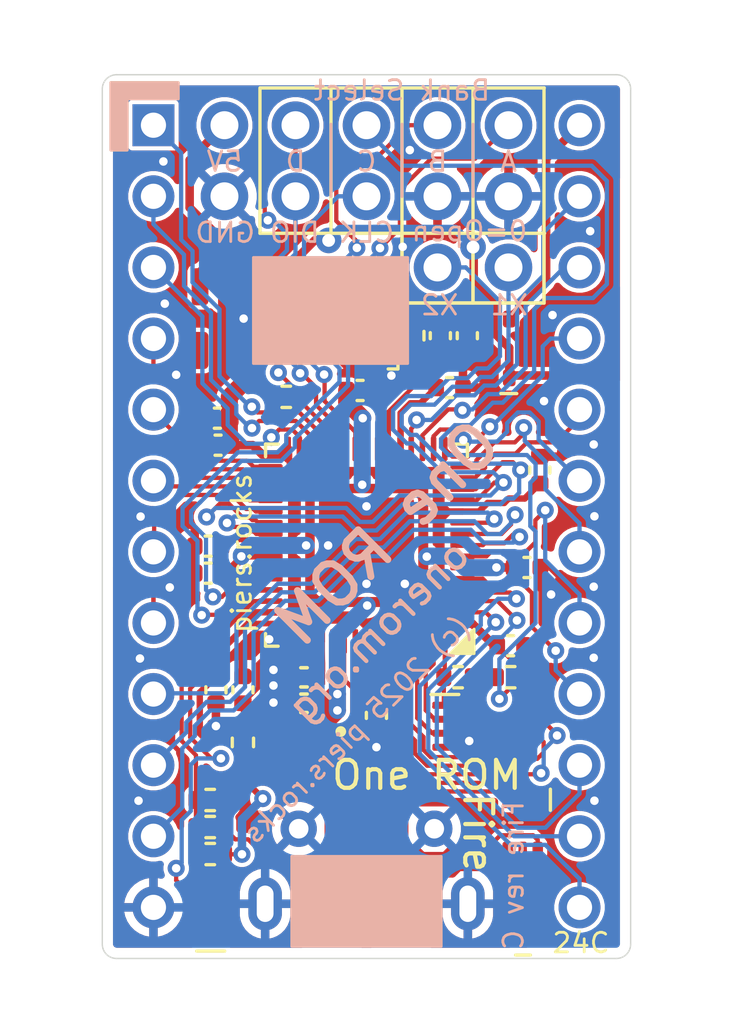
<source format=kicad_pcb>
(kicad_pcb (version 20241229) (generator "pcbnew") (generator_version "9.0")
  (layers (0 "F.Cu" signal) (2 "B.Cu" signal) (13 "F.Paste" user) (15 "B.Paste" user) (5 "F.SilkS" user "F.Silkscreen") (7 "B.SilkS" user "B.Silkscreen") (1 "F.Mask" user) (3 "B.Mask" user) (25 "Edge.Cuts" user))
  (net 0 "")
  (net 1 "Net-(U1-VREG_AVDD)")
  (net 2 "GND")
  (net 3 "+5V")
  (net 4 "+3V3")
  (net 5 "+1V1")
  (net 6 "SWCLK")
  (net 7 "SWDIO")
  (net 8 "A2")
  (net 9 "Net-(U1-XIN)")
  (net 10 "Net-(U1-XOUT)")
  (net 11 "BOOT")
  (net 12 "A0")
  (net 13 "A8")
  (net 14 "D1")
  (net 15 "D4")
  (net 16 "CX1")
  (net 17 "A12_CS")
  (net 18 "D2")
  (net 19 "A11_CE")
  (net 20 "RUN")
  (net 21 "D5")
  (net 22 "VHOST")
  (net 23 "Net-(U1-VREG_LX)")
  (net 24 "QSPI_SS")
  (net 25 "D6")
  (net 26 "QSPI_SD3")
  (net 27 "A9")
  (net 28 "A4")
  (net 29 "D3")
  (net 30 "QSPI_SD1")
  (net 31 "A3")
  (net 32 "A1")
  (net 33 "D7")
  (net 34 "A7")
  (net 35 "A5")
  (net 36 "A10")
  (net 37 "CS1_OE")
  (net 38 "QSPI_SD0")
  (net 39 "QSPI_SCLK")
  (net 40 "D0")
  (net 41 "VBUS")
  (net 42 "QSPI_SD2")
  (net 43 "CX2")
  (net 44 "VBUS_DET")
  (net 46 "A6")
  (net 47 "Net-(D1-A)")
  (net 48 "Net-(C19-Pad1)")
  (net 49 "LED0")
  (net 50 "SEL_B")
  (net 51 "SEL_A")
  (net 52 "D-")
  (net 53 "D+")
  (net 54 "Net-(J6-D+)")
  (net 55 "Net-(J6-D-)")
  (footprint "RP2350_60QFN_minimal:C_0402_1005Metric_small_pads" (layer "F.Cu") (at 106.99069 52.411843 180)
    (property "Reference" "C17" (hide yes))
    (property "Value" "4.7uF")
  )
  (footprint "Capacitor_SMD:C_0402_1005Metric" (layer "F.Cu") (at 111.8616 39.2684 90)
    (property "Reference" "C19" (hide yes))
    (property "Value" "15pF")
  )
  (footprint "Capacitor_SMD:C_0402_1005Metric" (layer "F.Cu") (at 112.8268 39.2684 90)
    (property "Reference" "C18" (hide yes))
    (property "Value" "15pF")
  )
  (footprint "Package_SON:Winbond_USON-8-1EP_3x2mm_P0.5mm_EP0.2x1.6mm" (layer "F.Cu") (at 113.4523 53.2197)
    (property "Reference" "U5" (hide yes))
    (property "Value" "W25Q16JVSS")
  )
  (footprint "piers footprints:USB_Micro-B_micro_xnj_073_C404969" (layer "F.Cu") (at 109.22 57.8806)
    (property "Reference" "J6" (hide yes))
    (property "Value" "USB_B_Micro")
  )
  (footprint "Package_TO_SOT_SMD:SOT-23-5" (layer "F.Cu") (at 104.2162 38.6588 -90)
    (property "Reference" "U3" (hide yes))
    (property "Value" "AP2112K-3.3")
  )
  (footprint "Capacitor_SMD:C_0402_1005Metric" (layer "F.Cu") (at 103.5558 46.7868 180)
    (property "Reference" "C6" (hide yes))
    (property "Value" "0.1uF")
  )
  (footprint "Diode_SMD:D_SOD-323" (layer "F.Cu") (at 114.8334 59.783 90)
    (property "Reference" "D3" (hide yes))
    (property "Value" "1N5819WS")
  )
  (footprint "Capacitor_SMD:C_0402_1005Metric" (layer "F.Cu") (at 112.1918 41.1226)
    (property "Reference" "C8" (hide yes))
    (property "Value" "0.1uF")
  )
  (footprint "RP2350_60QFN_minimal:L_pol_2016" (layer "F.Cu") (at 106.99069 54.088243 180)
    (property "Reference" "L1" (hide yes))
    (property "Value" "3.3u")
  )
  (footprint "RP2350_60QFN_minimal:C_0402_1005Metric_small_pads" (layer "F.Cu") (at 106.99069 51.472043 180)
    (property "Reference" "C16" (hide yes))
    (property "Value" "4.7uF")
  )
  (footprint "Capacitor_SMD:C_0402_1005Metric" (layer "F.Cu") (at 108.9914 41.2242)
    (property "Reference" "C3" (hide yes))
    (property "Value" "4.7uF")
  )
  (footprint "Capacitor_SMD:C_0402_1005Metric" (layer "F.Cu") (at 109.5756 52.832 -90)
    (property "Reference" "C11" (hide yes))
    (property "Value" "0.1uF")
  )
  (footprint "Resistor_SMD:R_0402_1005Metric" (layer "F.Cu") (at 103.63 56.8198 180)
    (property "Reference" "R7" (hide yes))
    (property "Value" "10K")
  )
  (footprint "Resistor_SMD:R_0402_1005Metric" (layer "F.Cu") (at 112.4966 51.4671 180)
    (property "Reference" "R3" (hide yes))
    (property "Value" "10K")
  )
  (footprint "Resistor_SMD:R_0402_1005Metric" (layer "F.Cu") (at 114.3762 51.4671)
    (property "Reference" "R2" (hide yes))
    (property "Value" "1K")
  )
  (footprint "Crystal:Crystal_SMD_Abracon_ABM8G-4Pin_3.2x2.5mm" (layer "F.Cu") (at 108.6358 38.397 90)
    (property "Reference" "Y1" (hide yes))
    (property "Value" "Crystal_GND24")
  )
  (footprint "Package_TO_SOT_SMD:SOT-666" (layer "F.Cu") (at 114.808 56.7436 -90)
    (property "Reference" "U4" (hide yes))
    (property "Value" "USBLC6-2P6")
  )
  (footprint "Capacitor_SMD:C_0402_1005Metric" (layer "F.Cu") (at 103.886 42.2148 180)
    (property "Reference" "C7" (hide yes))
    (property "Value" "4.7uF")
  )
  (footprint "RP2350_60QFN_minimal:RP2350-QFN-60-1EP_7x7_P0.4mm_EP3.4x3.4mm_ThermalVias" (layer "F.Cu") (at 109.22 46.7502 180)
    (property "Reference" "U1" (hide yes))
    (property "Value" "RP2350_60QFN")
  )
  (footprint "Connector_PinHeader_2.54mm:PinHeader_1x02_P2.54mm_Vertical" (layer "F.Cu") (at 104.14 31.75)
    (property "Reference" "J1" (hide yes))
    (property "Value" "Conn_01x02_Pin")
  )
  (footprint "Resistor_SMD:R_0402_1005Metric" (layer "F.Cu") (at 110.8964 39.2684 90)
    (property "Reference" "R6" (hide yes))
    (property "Value" "1K")
  )
  (footprint "Capacitor_SMD:C_0402_1005Metric" (layer "F.Cu") (at 106.4006 39.3446 90)
    (property "Reference" "C2" (hide yes))
    (property "Value" "4.7uF")
  )
  (footprint "Capacitor_SMD:C_0402_1005Metric" (layer "F.Cu") (at 106.4006 37.5158 -90)
    (property "Reference" "C1" (hide yes))
    (property "Value" "4.7uF")
  )
  (footprint "Capacitor_SMD:C_0402_1005Metric" (layer "F.Cu") (at 103.5558 47.752 180)
    (property "Reference" "C5" (hide yes))
    (property "Value" "0.1uF")
  )
  (footprint "Capacitor_SMD:C_0402_1005Metric" (layer "F.Cu") (at 114.9604 47.5488)
    (property "Reference" "C4" (hide yes))
    (property "Value" "0.1uF")
  )
  (footprint "piers footprints:PinHeader_2x04_P2.54mm_Vertical custom silkscreen" (layer "F.Cu") (at 114.3 31.75 -90)
    (property "Reference" "J2" (hide yes))
    (property "Value" "Conn_02x04_Odd_Even" (hide yes))
  )
  (footprint "piers_retro_footprints:2x12 dip pin output 600mil centres no ss" (layer "F.Cu") (at 101.6 31.75)
    (property "Reference" "U2" (hide yes))
    (property "Value" "2332/2364 SOCKET" (hide yes))
  )
  (footprint "Resistor_SMD:R_0402_1005Metric" (layer "F.Cu") (at 104.8004 53.7972 -90)
    (property "Reference" "R4" (hide yes))
    (property "Value" "33R")
  )
  (footprint "Capacitor_SMD:C_0402_1005Metric" (layer "F.Cu") (at 114.3762 50.3428)
    (property "Reference" "C13" (hide yes))
    (property "Value" "4.7uF")
  )
  (footprint "Capacitor_SMD:C_0402_1005Metric" (layer "F.Cu") (at 103.9114 43.18 180)
    (property "Reference" "C10" (hide yes))
    (property "Value" "0.1uF")
  )
  (footprint "Diode_SMD:D_SOD-323" (layer "F.Cu") (at 114.3254 39.7256 90)
    (property "Reference" "D2" (hide yes))
    (property "Value" "1N5819WS")
  )
  (footprint "Resistor_SMD:R_0402_1005Metric" (layer "F.Cu") (at 103.63 55.8546)
    (property "Reference" "R8" (hide yes))
    (property "Value" "10K")
  )
  (footprint "Resistor_SMD:R_0402_1005Metric" (layer "F.Cu") (at 106.3498 41.4528)
    (property "Reference" "R1" (hide yes))
    (property "Value" "10K")
  )
  (footprint "Capacitor_SMD:C_0402_1005Metric" (layer "F.Cu") (at 115.4176 44.069 90)
    (property "Reference" "C12" (hide yes))
    (property "Value" "0.1uF")
  )
  (footprint "Capacitor_SMD:C_0402_1005Metric" (layer "F.Cu") (at 104.8004 51.9176 90)
    (property "Reference" "C15" (hide yes))
    (property "Value" "4.7uF")
  )
  (footprint "Connector_PinHeader_2.54mm:PinHeader_1x02_P2.54mm_Vertical" (layer "F.Cu") (at 114.3 36.83 -90)
    (property "Reference" "J3" (hide yes))
    (property "Value" "Conn_01x02_Pin" (hide yes))
  )
  (footprint "Capacitor_SMD:C_0402_1005Metric" (layer "F.Cu") (at 103.8352 51.9176 -90)
    (property "Reference" "C9" (hide yes))
    (property "Value" "0.1uF")
  )
  (footprint "LED_SMD:LED_0603_1608Metric" (layer "F.Cu") (at 103.6574 59.7662 90)
    (property "Reference" "D1" (hide yes))
    (property "Value" "LED_Small")
  )
  (footprint "Resistor_SMD:R_0402_1005Metric" (layer "F.Cu") (at 103.632 57.785 180)
    (property "Reference" "R5" (hide yes))
    (property "Value" "1K")
  )
  (gr_poly (pts (xy 106.084073 51.586602) (xy 105.6894 51.4604) (xy 105.6894 51.1048) (xy 105.83075 51.0032) (xy 106.0704 51.0032) (xy 106.250819 50.984608) (xy 106.7308 50.8) (xy 106.7816 50.7746) (xy 106.356169 51.314506)) (stroke (width 0.2)) (fill yes) (layer "F.Cu") (net 2))
  (gr_poly (pts (xy 106.99069 52.785832) (xy 106.78749 52.963632) (xy 106.35569 52.989032) (xy 106.05089 53.268432) (xy 106.05089 53.979632) (xy 106.40649 53.725632) (xy 106.99069 53.039832)) (stroke (width 0.2)) (fill yes) (layer "F.Cu") (net 23))
  (gr_poly (pts (xy 106.4768 51.054) (xy 106.0704 51.054) (xy 105.7656 51.3334) (xy 105.6894 51.4604) (xy 105.6894 52.4256) (xy 105.8926 52.578) (xy 106.2228 52.578) (xy 106.6038 52.578) (xy 106.6038 51.0032)) (stroke (width 0.2)) (fill yes) (layer "F.Cu") (net 2))
  (gr_poly (pts (xy 107.744837 53.688865) (xy 107.430279 53.213) (xy 107.36267 52.57368) (xy 107.668637 52.545865) (xy 107.785879 52.8828) (xy 107.912879 53.2384)) (stroke (width 0.2)) (fill yes) (layer "F.Cu") (net 5))
  (gr_poly (pts (xy 107.625573 50.5206) (xy 107.6452 50.9651) (xy 107.6452 51.2826) (xy 107.3658 51.260297) (xy 107.619014 50.9535)) (stroke (width 0.2)) (fill yes) (layer "F.Cu") (net 4))
  (gr_line (start 107.0991 52.7304) (end 106.8705 52.7304) (stroke (width 0.127)) (layer "F.SilkS"))
  (gr_poly (pts (xy 100.076 30.226) (xy 102.489 30.226) (xy 102.489 30.8102) (xy 100.6602 30.8102) (xy 100.6602 32.639) (xy 100.076 32.639)) (stroke (width 0.1)) (fill yes) (layer "F.SilkS"))
  (gr_line (start 110.49 38.1) (end 110.49 35.6108) (stroke (width 0.127)) (layer "F.SilkS"))
  (gr_line (start 113.03 38.1) (end 113.03 35.6108) (stroke (width 0.127)) (layer "F.SilkS"))
  (gr_line (start 107.0991 51.816) (end 106.8705 51.816) (stroke (width 0.127)) (layer "F.SilkS"))
  (gr_line (start 107.0991 51.1302) (end 106.8705 51.1302) (stroke (width 0.127)) (layer "F.SilkS"))
  (gr_line (start 107.0991 52.07) (end 106.8705 52.07) (stroke (width 0.127)) (layer "F.SilkS"))
  (gr_line (start 115.57 38.1) (end 115.57 35.6108) (stroke (width 0.127)) (layer "F.SilkS"))
  (gr_line (start 115.57 38.1) (end 110.49 38.1) (stroke (width 0.127)) (layer "F.SilkS"))
  (gr_rect (start 106.54665 57.86755) (end 111.89335 61.08065) (stroke (width 0.1)) (fill yes) (layer "B.SilkS"))
  (gr_rect (start 105.1757 36.4744) (end 110.6932 40.2613) (stroke (width 0.1)) (fill yes) (layer "B.SilkS"))
  (gr_line (start 113.03 31.7104) (end 113.03 34.3012) (stroke (width 0.1)) (layer "B.SilkS"))
  (gr_line (start 107.95 31.7104) (end 107.95 34.3012) (stroke (width 0.1)) (layer "B.SilkS"))
  (gr_poly (pts (xy 100.076 30.226) (xy 100.076 32.639) (xy 100.6602 32.639) (xy 100.6602 30.8102) (xy 102.489 30.8102) (xy 102.489 30.226)) (stroke (width 0.1)) (fill yes) (layer "B.SilkS"))
  (gr_line (start 110.49 31.7104) (end 110.49 34.3012) (stroke (width 0.1)) (layer "B.SilkS"))
  (gr_line (start 118.6688 30.4546) (end 118.6688 61.00719) (stroke (width 0.05)) (layer "Edge.Cuts"))
  (gr_arc (start 118.1608 29.9466) (mid 118.52001 30.09539) (end 118.6688 30.4546) (stroke (width 0.05)) (layer "Edge.Cuts"))
  (gr_line (start 100.27899 29.9466) (end 118.1608 29.9466) (stroke (width 0.05)) (layer "Edge.Cuts"))
  (gr_arc (start 99.77099 30.4546) (mid 99.91978 30.09539) (end 100.27899 29.9466) (stroke (width 0.05)) (layer "Edge.Cuts"))
  (gr_arc (start 118.6688 61.00719) (mid 118.52001 61.3664) (end 118.1608 61.51519) (stroke (width 0.05)) (layer "Edge.Cuts"))
  (gr_line (start 99.7712 61.00719) (end 99.77099 30.4546) (stroke (width 0.05)) (layer "Edge.Cuts"))
  (gr_arc (start 100.2792 61.51519) (mid 99.91999 61.3664) (end 99.7712 61.00719) (stroke (width 0.05)) (layer "Edge.Cuts"))
  (gr_line (start 118.1608 61.51519) (end 100.2792 61.51519) (stroke (width 0.05)) (layer "Edge.Cuts"))
  (gr_text "piers.rocks" (at 104.7496 47.0408 90) (layer "F.SilkS") (effects (font (size 0.7 0.7) (thickness 0.1))))
  (gr_text "One ROM" (at 111.379 54.9656 0) (layer "F.SilkS") (effects (font (size 1 1))))
  (gr_text "24C" (at 116.8908 60.96 0) (layer "F.SilkS") (effects (font (size 0.7 0.7) (thickness 0.1))))
  (gr_text "Fire" (at 113.2078 57.023 270) (layer "F.SilkS") (effects (font (size 1 1))))
  (gr_text "D" (at 106.68 33.0454 0) (layer "B.SilkS") (effects (font (size 0.7 0.7) (thickness 0.1)) (justify mirror)))
  (gr_text "(c) 2025 piers.rocks" (at 108.8644 53.34 45) (layer "B.SilkS") (effects (font (size 0.7 0.7) (thickness 0.1)) (justify mirror)))
  (gr_text "5V" (at 104.14 33.0454 0) (layer "B.SilkS") (effects (font (size 0.7 0.7) (thickness 0.1)) (justify mirror)))
  (gr_text "B" (at 111.76 33.0454 0) (layer "B.SilkS") (effects (font (size 0.7 0.7) (thickness 0.1)) (justify mirror)))
  (gr_text "Bank Select" (at 110.49 30.5054 0) (layer "B.SilkS") (effects (font (size 0.7 0.7) (thickness 0.1)) (justify mirror)))
  (gr_text "onerom.org" (at 109.6518 49.8094 45) (layer "B.SilkS") (effects (font (size 1 1)) (justify mirror)))
  (gr_text "X2" (at 111.8362 38.1762 0) (layer "B.SilkS") (effects (font (size 0.7 0.7) (thickness 0.1)) (justify mirror)))
  (gr_text "C" (at 109.22 33.0454 0) (layer "B.SilkS") (effects (font (size 0.7 0.7) (thickness 0.1)) (justify mirror)))
  (gr_text "A" (at 114.3 33.0454 0) (layer "B.SilkS") (effects (font (size 0.7 0.7) (thickness 0.1)) (justify mirror)))
  (gr_text "DIO" (at 106.6546 35.5854 0) (layer "B.SilkS") (effects (font (size 0.7 0.7) (thickness 0.1)) (justify mirror)))
  (gr_text "CLK" (at 109.22 35.5854 0) (layer "B.SilkS") (effects (font (size 0.7 0.7) (thickness 0.1)) (justify mirror)))
  (gr_text "0=Open" (at 112.903 35.5346 0) (layer "B.SilkS") (effects (font (size 0.7 0.7) (thickness 0.1)) (justify mirror)))
  (gr_text "GND" (at 104.1654 35.5854 0) (layer "B.SilkS") (effects (font (size 0.7 0.7) (thickness 0.1)) (justify mirror)))
  (gr_text "One ROM" (at 109.9566 46.3296 45) (layer "B.SilkS") (effects (font (size 1.5 1.5) (thickness 0.25) (bold yes)) (justify mirror)))
  (gr_text "X1" (at 114.3254 38.1762 0) (layer "B.SilkS") (effects (font (size 0.7 0.7) (thickness 0.1)) (justify mirror)))
  (gr_text "Fire rev C" (at 114.4778 61.2648 90) (layer "B.SilkS") (effects (font (size 0.7 0.7) (thickness 0.1)) (justify right mirror)))
  (segment (start 106.42 50.1877) (end 105.9434 50.6643) (width 0.1524) (layer "F.Cu") (net 1))
  (segment (start 105.9434 50.6643) (end 105.942148 50.663048) (width 0.1524) (layer "F.Cu") (net 1))
  (segment (start 105.34 51.858) (end 104.8004 52.3976) (width 0.1524) (layer "F.Cu") (net 1))
  (segment (start 105.665026 50.663048) (end 105.34 50.988075) (width 0.1524) (layer "F.Cu") (net 1))
  (segment (start 104.8004 52.3976) (end 104.8004 53.2872) (width 0.1524) (layer "F.Cu") (net 1))
  (segment (start 105.942148 50.663048) (end 105.665026 50.663048) (width 0.1524) (layer "F.Cu") (net 1))
  (segment (start 105.34 50.988075) (end 105.34 51.858) (width 0.1524) (layer "F.Cu") (net 1))
  (segment (start 112.2402 55.9318) (end 110.7938 55.9318) (width 0.3048) (layer "F.Cu") (net 2))
  (segment (start 110.52 56.2056) (end 110.52 56.4181) (width 0.3048) (layer "F.Cu") (net 2))
  (segment (start 110.1344 55.2196) (end 110.109 55.2196) (width 0.3048) (layer "F.Cu") (net 2))
  (segment (start 107.7858 39.6122) (end 108.6612 40.4876) (width 0.3048) (layer "F.Cu") (net 2))
  (segment (start 108.7256 38.5572) (end 110.1852 38.5572) (width 0.1524) (layer "F.Cu") (net 2))
  (segment (start 106.1466 51.40277) (end 106.1466 51.816) (width 0.2286) (layer "F.Cu") (net 2))
  (segment (start 116.587001 50.7746) (end 116.307101 51.054501) (width 0.1524) (layer "F.Cu") (net 2))
  (segment (start 115.2642 50.5958) (end 115.0112 50.3428) (width 0.1524) (layer "F.Cu") (net 2))
  (segment (start 116.307101 51.054501) (end 115.745432 51.054501) (width 0.1524) (layer "F.Cu") (net 2))
  (segment (start 109.578843 41.2242) (end 110.110621 40.692422) (width 0.3048) (layer "F.Cu") (net 2))
  (segment (start 117.348 50.7746) (end 116.587001 50.7746) (width 0.1524) (layer "F.Cu") (net 2))
  (segment (start 106.4006 37.9958) (end 106.4006 38.227) (width 0.3048) (layer "F.Cu") (net 2))
  (segment (start 110.1852 38.5572) (end 110.5408 38.2016) (width 0.1524) (layer "F.Cu") (net 2))
  (segment (start 110.52 55.6052) (end 110.1344 55.2196) (width 0.3048) (layer "F.Cu") (net 2))
  (segment (start 103.8352 52.3976) (end 103.8352 53.213) (width 0.2286) (layer "F.Cu") (net 2))
  (segment (start 107.1534 38.8646) (end 107.7858 39.497) (width 0.3048) (layer "F.Cu") (net 2))
  (segment (start 117.348 48.2346) (end 117.2972 48.1838) (width 0.2286) (layer "F.Cu") (net 2))
  (segment (start 109.5756 53.966644) (end 109.5756 53.312) (width 0.3048) (layer "F.Cu") (net 2))
  (segment (start 116.05 43.589) (end 115.4176 43.589) (width 0.2286) (layer "F.Cu") (net 2))
  (segment (start 106.4006 38.8646) (end 107.1534 38.8646) (width 0.3048) (layer "F.Cu") (net 2))
  (segment (start 116.4844 43.1546) (end 116.05 43.589) (width 0.2286) (layer "F.Cu") (net 2))
  (segment (start 100.241966 40.905834) (end 100.241966 48.031966) (width 0.1778) (layer "F.Cu") (net 2))
  (segment (start 107.5208 39.762) (end 107.7858 39.497) (width 0.3048) (layer "F.Cu") (net 2))
  (segment (start 110.5408 38.2016) (end 111.2748 38.2016) (width 0.1524) (layer "F.Cu") (net 2))
  (segment (start 112.417 56.1086) (end 112.2402 55.9318) (width 0.3048) (layer "F.Cu") (net 2))
  (segment (start 112.0273 53.9697) (end 112.671798 53.9697) (width 0.1524) (layer "F.Cu") (net 2))
  (segment (start 111.645 56.8806) (end 112.417 56.1086) (width 0.3048) (layer "F.Cu") (net 2))
  (segment (start 105.478327 50.37503) (end 105.2576 50.37503) (width 0.2286) (layer "F.Cu") (net 2))
  (segment (start 115.0112 50.3428) (end 114.8562 50.3428) (width 0.1524) (layer "F.Cu") (net 2))
  (segment (start 109.4714 41.2242) (end 109.578843 41.2242) (width 0.3048) (layer "F.Cu") (net 2))
  (segment (start 104.2162 37.5213) (end 104.2162 38.6334) (width 0.6096) (layer "F.Cu") (net 2))
  (segment (start 111.2748 38.2016) (end 111.8616 38.7884) (width 0.1524) (layer "F.Cu") (net 2))
  (segment (start 110.7938 55.9318) (end 110.52 56.2056) (width 0.3048) (layer "F.Cu") (net 2))
  (segment (start 105.2576 50.37503) (end 104.8004 50.83223) (width 0.2286) (layer "F.Cu") (net 2))
  (segment (start 115.28673 50.5958) (end 115.2642 50.5958) (width 0.1524) (layer "F.Cu") (net 2))
  (segment (start 107.7858 39.497) (end 107.7858 39.6122) (width 0.3048) (layer "F.Cu") (net 2))
  (segment (start 115.745432 51.054501) (end 115.28673 50.5958) (width 0.1524) (layer "F.Cu") (net 2))
  (segment (start 107.7858 39.497) (end 108.7256 38.5572) (width 0.1524) (layer "F.Cu") (net 2))
  (segment (start 115.7986 47.5488) (end 115.4404 47.5488) (width 0.2286) (layer "F.Cu") (net 2))
  (segment (start 110.52 56.4181) (end 110.52 55.6052) (width 0.3048) (layer "F.Cu") (net 2))
  (segment (start 103.2002 43.18) (end 102.7938 42.7736) (width 0.3048) (layer "F.Cu") (net 2))
  (segment (start 104.8004 50.83223) (end 104.8004 51.4376) (width 0.2286) (layer "F.Cu") (net 2))
  (segment (start 105.739606 50.113751) (end 105.478327 50.37503) (width 0.2286) (layer "F.Cu") (net 2))
  (segment (start 106.4006 38.8646) (end 106.4006 37.9958) (width 0.3048) (layer "F.Cu") (net 2))
  (segment (start 117.348 43.1546) (end 116.4844 43.1546) (width 0.2286) (layer "F.Cu") (net 2))
  (segment (start 117.2972 48.1838) (end 116.4336 48.1838) (width 0.2286) (layer "F.Cu") (net 2))
  (segment (start 116.4336 48.1838) (end 115.7986 47.5488) (width 0.2286) (layer "F.Cu") (net 2))
  (segment (start 103.4314 43.18) (end 103.2002 43.18) (width 0.3048) (layer "F.Cu") (net 2))
  (segment (start 102.235 53.8226) (end 102.550273 54.137872) (width 0.1778) (layer "F.Cu") (net 2))
  (segment (start 112.671798 53.9697) (end 112.895098 53.7464) (width 0.1524) (layer "F.Cu") (net 2))
  (segment (start 103.8352 52.3976) (end 103.8404 52.3976) (width 0.2286) (layer "F.Cu") (net 2))
  (segment (start 112.8268 38.7884) (end 111.8616 38.7884) (width 0.1524) (layer "F.Cu") (net 2))
  (segment (start 103.0758 46.7868) (end 103.0758 47.752) (width 0.3048) (layer "F.Cu") (net 2))
  (via (at 117.3734 55.88) (size 0.6096) (drill 0.3048) (layers "F.Cu" "B.Cu") (net 2))
  (via (at 104.8258 38.6588) (size 0.6096) (drill 0.3048) (layers "F.Cu" "B.Cu") (net 2))
  (via (at 102.4128 40.6654) (size 0.6096) (drill 0.3048) (layers "F.Cu" "B.Cu") (net 2))
  (via (at 105.739606 50.113751) (size 0.6096) (drill 0.3048) (layers "F.Cu" "B.Cu") (net 2))
  (via (at 103.8352 53.213) (size 0.6096) (drill 0.3048) (layers "F.Cu" "B.Cu") (net 2))
  (via (at 115.8748 38.5318) (size 0.6096) (drill 0.3048) (layers "F.Cu" "B.Cu") (net 2))
  (via (at 110.7694 32.639) (size 0.6096) (drill 0.3048) (layers "F.Cu" "B.Cu") (net 2))
  (via (at 105.8926 51.7652) (size 0.6096) (drill 0.3048) (layers "F.Cu" "B.Cu") (net 2))
  (via (at 110.5916 48.133) (size 0.6096) (drill 0.3048) (layers "F.Cu" "B.Cu") (net 2))
  (via (at 109.5756 53.966644) (size 0.6096) (drill 0.3048) (layers "F.Cu" "B.Cu") (net 2))
  (via (at 101.14 45.73) (size 0.6096) (drill 0.3048) (layers "F.Cu" "B.Cu") (net 2))
  (via (at 110.5154 36.0934) (size 0.6096) (drill 0.3048) (layers "F.Cu" "B.Cu") (net 2))
  (via (at 115.57 41.6052) (size 0.6096) (drill 0.3048) (layers "F.Cu" "B.Cu") (net 2))
  (via (at 101.9556 33.0454) (size 0.6096) (drill 0.3048) (layers "F.Cu" "B.Cu") (net 2))
  (via (at 102.1842 48.26) (size 0.6096) (drill 0.3048) (layers "F.Cu" "B.Cu") (net 2))
  (via (at 117.348 43.1546) (size 0.6096) (drill 0.3048) (layers "F.Cu" "B.Cu") (net 2))
  (via (at 102.0064 38.1254) (size 0.6096) (drill 0.3048) (layers "F.Cu" "B.Cu") (net 2))
  (via (at 112.895098 53.7464) (size 0.6096) (drill 0.3048) (layers "F.Cu" "B.Cu") (net 2))
  (via (at 117.348 50.7746) (size 0.6096) (drill 0.3048) (layers "F.Cu" "B.Cu") (net 2))
  (via (at 107.8484 46.7614) (size 0.6096) (drill 0.3048) (layers "F.Cu" "B.Cu") (net 2))
  (via (at 117.3734 45.72) (size 0.6096) (drill 0.3048) (layers "F.Cu" "B.Cu") (net 2))
  (via (at 101.1174 50.8) (size 0.6096) (drill 0.3048) (layers "F.Cu" "B.Cu") (net 2))
  (via (at 117.348 48.2346) (size 0.6096) (drill 0.3048) (layers "F.Cu" "B.Cu") (net 2))
  (via (at 109.22 48.133) (size 0.6096) (drill 0.3048) (layers "F.Cu" "B.Cu") (net 2))
  (via (at 115.824 48.514) (size 0.6096) (drill 0.3048) (layers "F.Cu" "B.Cu") (net 2))
  (via (at 109.22 45.3644) (size 0.6096) (drill 0.3048) (layers "F.Cu" "B.Cu") (net 2))
  (via (at 101.0666 55.88) (size 0.6096) (drill 0.3048) (layers "F.Cu" "B.Cu") (net 2))
  (via (at 110.110621 40.692422) (size 0.6096) (drill 0.3048) (layers "F.Cu" "B.Cu") (net 2))
  (via (at 117.221 35.5346) (size 0.6096) (drill 0.3048) (layers "F.Cu" "B.Cu") (net 2))
  (via (at 105.8926 52.3748) (size 0.6096) (drill 0.3048) (layers "F.Cu" "B.Cu") (net 2))
  (via (at 105.8926 51.2064) (size 0.6096) (drill 0.3048) (layers "F.Cu" "B.Cu") (net 2))
  (segment (start 118.1639 42.3387) (end 118.1639 33.4339) (width 0.2286) (layer "B.Cu") (net 2))
  (segment (start 113.158001 46.991001) (end 113.159002 46.99) (width 0.2032) (layer "B.Cu") (net 2))
  (segment (start 113.159002 46.99) (end 114.1222 46.99) (width 0.2032) (layer "B.Cu") (net 2))
  (segment (start 118.1639 33.4339) (end 117.99 33.26) (width 0.2286) (layer "B.Cu") (net 2))
  (segment (start 114.1222 46.99) (end 114.4016 47.2694) (width 0.2032) (layer "B.Cu") (net 2))
  (segment (start 113.7666 39.1414) (end 114.3254 39.7002) (width 0.3048) (layer "F.Cu") (net 3))
  (segment (start 114.8462 60.8458) (end 117.3352 60.8458) (width 0.3048) (layer "F.Cu") (net 3))
  (segment (start 105.1662 37.0434) (end 104.648 36.5252) (width 0.3048) (layer "F.Cu") (net 3))
  (segment (start 105.4231 37.2644) (end 105.1662 37.5213) (width 0.3048) (layer "F.Cu") (net 3))
  (segment (start 103.2662 36.9926) (end 103.2662 37.5213) (width 0.3048) (layer "F.Cu") (net 3))
  (segment (start 117.3734 40.6908) (end 114.4102 40.6908) (width 0.3048) (layer "F.Cu") (net 3))
  (segment (start 104.2162 36.0172) (end 104.2162 36.5252) (width 0.3048) (layer "F.Cu") (net 3))
  (segment (start 104.2162 36.5252) (end 103.7336 36.5252) (width 0.3048) (layer "F.Cu") (net 3))
  (segment (start 105.1662 37.5213) (end 105.1662 37.0434) (width 0.3048) (layer "F.Cu") (net 3))
  (segment (start 118.0154 42.2148) (end 118.0154 41.3328) (width 0.3048) (layer "F.Cu") (net 3))
  (segment (start 117.3352 60.8458) (end 118.0154 60.1656) (width 0.3048) (layer "F.Cu") (net 3))
  (segment (start 118.0154 41.3328) (end 117.3734 40.6908) (width 0.3048) (layer "F.Cu") (net 3))
  (segment (start 106.4006 36.83) (end 106.4006 37.0358) (width 0.3048) (layer "F.Cu") (net 3))
  (segment (start 106.4006 37.0358) (end 105.8926 37.0358) (width 0.3048) (layer "F.Cu") (net 3))
  (segment (start 104.648 36.5252) (end 104.2162 36.5252) (width 0.3048) (layer "F.Cu") (net 3))
  (segment (start 107.866682 35.8658) (end 107.3648 35.8658) (width 0.3048) (layer "F.Cu") (net 3))
  (segment (start 113.0554 36.128524) (end 113.0554 37.2618) (width 0.3048) (layer "F.Cu") (net 3))
  (segment (start 113.03271 35.79111) (end 112.9158 35.6742) (width 0.3048) (layer "F.Cu") (net 3))
  (segment (start 113.7666 37.973) (end 113.7666 39.1414) (width 0.3048) (layer "F.Cu") (net 3))
  (segment (start 103.7336 36.5252) (end 103.2662 36.9926) (width 0.3048) (layer "F.Cu") (net 3))
  (segment (start 113.03271 36.105834) (end 113.0554 36.128524) (width 0.3048) (layer "F.Cu") (net 3))
  (segment (start 114.8334 60.833) (end 114.8462 60.8458) (width 0.3048) (layer "F.Cu") (net 3))
  (segment (start 102.8954 34.6964) (end 104.2162 36.0172) (width 0.3048) (layer "F.Cu") (net 3))
  (segment (start 118.0154 60.1656) (end 118.0154 42.2148) (width 0.3048) (layer "F.Cu") (net 3))
  (segment (start 105.8926 37.0358) (end 105.664 37.2644) (width 0.3048) (layer "F.Cu") (net 3))
  (segment (start 114.4102 40.6908) (end 114.3254 40.7756) (width 0.3048) (layer "F.Cu") (net 3))
  (segment (start 105.664 37.2644) (end 105.4231 37.2644) (width 0.3048) (layer "F.Cu") (net 3))
  (segment (start 113.03271 36.105834) (end 113.03271 35.79111) (width 0.3048) (layer "F.Cu") (net 3))
  (segment (start 114.3676 40.7756) (end 114.3254 40.7756) (width 0.3048) (layer "F.Cu") (net 3))
  (segment (start 102.8954 32.9946) (end 102.8954 34.6964) (width 0.3048) (layer "F.Cu") (net 3))
  (segment (start 114.3254 39.7002) (end 114.3254 40.7756) (width 0.3048) (layer "F.Cu") (net 3))
  (segment (start 107.3648 35.8658) (end 106.4006 36.83) (width 0.3048) (layer "F.Cu") (net 3))
  (segment (start 104.14 31.75) (end 102.8954 32.9946) (width 0.3048) (layer "F.Cu") (net 3))
  (segment (start 113.0554 37.2618) (end 113.7666 37.973) (width 0.3048) (layer "F.Cu") (net 3))
  (via (at 113.03271 36.105834) (size 0.9144) (drill 0.4572) (layers "F.Cu" "B.Cu") (net 3))
  (via (at 107.866682 35.8658) (size 0.9144) (drill 0.4572) (layers "F.Cu" "B.Cu") (net 3))
  (segment (start 113.03271 36.09511) (end 112.395 35.4574) (width 0.3048) (layer "B.Cu") (net 3))
  (segment (start 112.395 35.4574) (end 109.474 35.4574) (width 0.3048) (layer "B.Cu") (net 3))
  (segment (start 107.866682 35.8658) (end 108.274082 35.4584) (width 0.3048) (layer "B.Cu") (net 3))
  (segment (start 113.03271 36.105834) (end 113.03271 36.09511) (width 0.3048) (layer "B.Cu") (net 3))
  (segment (start 108.274082 35.4584) (end 109.9566 35.4584) (width 0.3048) (layer "B.Cu") (net 3))
  (segment (start 105.4862 43.5102) (end 105.156 43.18) (width 0.3048) (layer "F.Cu") (net 4))
  (segment (start 106.4006 39.8246) (end 106.4006 39.8806) (width 0.3048) (layer "F.Cu") (net 4))
  (segment (start 114.312984 45.093098) (end 114.321082 45.085) (width 0.2286) (layer "F.Cu") (net 4))
  (segment (start 109.62 51.741786) (end 109.5756 51.786186) (width 0.2286) (layer "F.Cu") (net 4))
  (segment (start 107.8484 49.4792) (end 107.8484 49.4284) (width 0.2286) (layer "F.Cu") (net 4))
  (segment (start 106.252722 46.7502) (end 106.5276 46.475322) (width 0.2032) (layer "F.Cu") (net 4))
  (segment (start 106.3102 46.7502) (end 106.5276 46.5328) (width 0.2286) (layer "F.Cu") (net 4))
  (segment (start 112.6575 45.5502) (end 112.149 45.5502) (width 0.2286) (layer "F.Cu") (net 4))
  (segment (start 112.175626 49.4952) (end 111.903 49.4952) (width 0.2032) (layer "F.Cu") (net 4))
  (segment (start 105.7825 46.7502) (end 106.3132 46.7502) (width 0.2286) (layer "F.Cu") (net 4))
  (segment (start 112.175626 49.4952) (end 112.1062 49.4952) (width 0.2032) (layer "F.Cu") (net 4))
  (segment (start 112.6575 45.5502) (end 112.169318 45.5502) (width 0.2286) (layer "F.Cu") (net 4))
  (segment (start 105.133795 46.7502) (end 105.7825 46.7502) (width 0.2032) (layer "F.Cu") (net 4))
  (segment (start 105.029 49.5046) (end 103.8352 50.6984) (width 0.2286) (layer "F.Cu") (net 4))
  (segment (start 105.0798 55.1688) (end 105.0798 55.372) (width 0.2286) (layer "F.Cu") (net 4))
  (segment (start 103.5812 53.7972) (end 104.2924 53.7972) (width 0.2286) (layer "F.Cu") (net 4))
  (segment (start 107.6523 49.667218) (end 107.837018 49.4825) (width 0.2286) (layer "F.Cu") (net 4))
  (segment (start 109.62 50.1877) (end 109.62 49.676) (width 0.2286) (layer "F.Cu") (net 4))
  (segment (start 114.8773 52.4697) (end 115.1957 52.4697) (width 0.1524) (layer "F.Cu") (net 4))
  (segment (start 104.2924 53.7972) (end 104.8004 54.3052) (width 0.2286) (layer "F.Cu") (net 4))
  (segment (start 106.42 43.3127) (end 106.465 43.3577) (width 0.2032) (layer "F.Cu") (net 4))
  (segment (start 104.0358 46.7868) (end 104.29163 46.53097) (width 0.2286) (layer "F.Cu") (net 4))
  (segment (start 105.0798 55.372) (end 105.5116 55.8038) (width 0.2286) (layer "F.Cu") (net 4))
  (segment (start 110.42 43.800882) (end 110.42 43.3127) (width 0.2286) (layer "F.Cu") (net 4))
  (segment (start 112.149 45.5502) (end 111.887 45.2882) (width 0.2286) (layer "F.Cu") (net 4))
  (segment (start 112.230626 49.5502) (end 112.175626 49.4952) (width 0.2032) (layer "F.Cu") (net 4))
  (segment (start 105.1662 40.1726) (end 105.1662 39.7963) (width 0.3048) (layer "F.Cu") (net 4))
  (segment (start 115.160064 50.9016) (end 114.455 50.9016) (width 0.1524) (layer "F.Cu") (net 4))
  (segment (start 105.7825 49.5502) (end 106.2026 49.5502) (width 0.2032) (layer "F.Cu") (net 4))
  (segment (start 111.153 41.6814) (end 111.7118 41.1226) (width 0.2286) (layer "F.Cu") (net 4))
  (segment (start 114.8816 45.085) (end 115.4176 44.549) (width 0.2286) (layer "F.Cu") (net 4))
  (segment (start 106.299 49.4538) (end 106.6546 49.4538) (width 0.2032) (layer "F.Cu") (net 4))
  (segment (start 112.6575 49.5502) (end 112.230626 49.5502) (width 0.2032) (layer "F.Cu") (net 4))
  (segment (start 110.42 43.3127) (end 110.4412 43.2915) (width 0.2286) (layer "F.Cu") (net 4))
  (segment (start 103.2575 53.4735) (end 103.5812 53.7972) (width 0.2286) (layer "F.Cu") (net 4))
  (segment (start 104.980696 46.57914) (end 105.151756 46.7502) (width 0.2286) (layer "F.Cu") (net 4))
  (segment (start 104.3152 43.1038) (end 104.3914 43.18) (width 0.6096) (layer "F.Cu") (net 4))
  (segment (start 106.4006 39.8246) (end 105.1945 39.8246) (width 0.6096) (layer "F.Cu") (net 4))
  (segment (start 107.4166 49.4792) (end 107.4166 49.4538) (width 0.2286) (layer "F.Cu") (net 4))
  (segment (start 115.1957 52.4697) (end 115.4684 52.197) (width 0.1524) (layer "F.Cu") (net 4))
  (segment (start 104.29163 46.53097) (end 104.79053 46.53097) (width 0.2286) (layer "F.Cu") (net 4))
  (segment (start 103.2575 52.0153) (end 103.2575 53.4735) (width 0.2286) (layer "F.Cu") (net 4))
  (segment (start 113.550766 45.2443) (end 114.146415 45.2443) (width 0.2286) (layer "F.Cu") (net 4))
  (segment (start 105.7825 49.1502) (end 106.4018 49.1502) (width 0.2286) (layer "F.Cu") (net 4))
  (segment (start 107.6523 49.6753) (end 107.6523 49.667218) (width 0.2286) (layer "F.Cu") (net 4))
  (segment (start 106.252722 46.7502) (end 106.5276 47.025078) (width 0.2032) (layer "F.Cu") (net 4))
  (segment (start 110.42 43.800882) (end 110.764318 44.1452) (width 0.2286) (layer "F.Cu") (net 4))
  (segment (start 111.887 45.832518) (end 111.887 46.0248) (width 0.2286) (layer "F.Cu") (net 4))
  (segment (start 107.8451 49.4825) (end 107.8484 49.4792) (width 0.2286) (layer "F.Cu") (net 4))
  (segment (start 113.0066 51.4671) (end 113.0066 51.2324) (width 0.1524) (layer "F.Cu") (net 4))
  (segment (start 106.262468 43.5102) (end 106.4142 43.661932) (width 0.3048) (layer "F.Cu") (net 4))
  (segment (start 105.7825 46.7502) (end 105.151756 46.7502) (width 0.2286) (layer "F.Cu") (net 4))
  (segment (start 105.7825 49.1502) (end 106.374 49.1502) (width 0.2286) (layer "F.Cu") (net 4))
  (segment (start 106.2026 49.5502) (end 106.299 49.4538) (width 0.2032) (layer "F.Cu") (net 4))
  (segment (start 109.22 51.430586) (end 109.5756 51.786186) (width 0.2286) (layer "F.Cu") (net 4))
  (segment (start 109.22 49.6824) (end 109.4232 49.4792) (width 0.2286) (layer "F.Cu") (net 4))
  (segment (start 105.2818 49.1502) (end 105.029 49.403) (width 0.2286) (layer "F.Cu") (net 4))
  (segment (start 106.4018 49.1502) (end 106.5276 49.276) (width 0.2286) (layer "F.Cu") (net 4))
  (segment (start 106.3132 46.7502) (end 106.5022 46.9392) (width 0.2286) (layer "F.Cu") (net 4))
  (segment (start 105.1662 39.7963) (end 105.1662 40.6044) (width 0.6096) (layer "F.Cu") (net 4))
  (segment (start 115.4684 51.209936) (end 115.160064 50.9016) (width 0.1524) (layer "F.Cu") (net 4))
  (segment (start 104.3152 42.164) (end 104.3152 41.4554) (width 0.6096) (layer "F.Cu") (net 4))
  (segment (start 109.62 50.1877) (end 109.62 49.6888) (width 0.2286) (layer "F.Cu") (net 4))
  (segment (start 115.4684 52.197) (end 115.4684 51.209936) (width 0.1524) (layer "F.Cu") (net 4))
  (segment (start 112.6575 45.5502) (end 113.244866 45.5502) (width 0.2286) (layer "F.Cu") (net 4))
  (segment (start 105.7825 49.1502) (end 106.3994 49.1502) (width 0.2286) (layer "F.Cu") (net 4))
  (segment (start 111.887 45.2882) (end 111.887 45.1104) (width 0.2286) (layer "F.Cu") (net 4))
  (segment (start 110.42 43.800882) (end 110.0836 44.137282) (width 0.2286) (layer "F.Cu") (net 4))
  (segment (start 110.4412 43.2915) (end 110.4412 42.035) (width 0.2286) (layer "F.Cu") (net 4))
  (segment (start 114.146415 45.2443) (end 114.297617 45.093098) (width 0.2286) (layer "F.Cu") (net 4))
  (segment (start 107.62 50.1877) (end 107.62 49.6826) (width 0.2286) (layer "F.Cu") (net 4))
  (segment (start 107.62 49.7076) (end 107.6523 49.6753) (width 0.2286) (layer "F.Cu") (net 4))
  (segment (start 114.321082 45.085) (end 114.8816 45.085) (width 0.2286) (layer "F.Cu") (net 4))
  (segment (start 110.4412 42.035) (end 110.7948 41.6814) (width 0.2286) (layer "F.Cu") (net 4))
  (segment (start 106.3498 49.4538) (end 106.5276 49.276) (width 0.2032) (layer "F.Cu") (net 4))
  (segment (start 105.7825 49.5502) (end 105.0746 49.5502) (width 0.2032) (layer "F.Cu") (net 4))
  (segment (start 109.5756 51.786186) (end 109.5756 52.352) (width 0.2286) (layer "F.Cu") (net 4))
  (segment (start 103.8352 51.4376) (end 103.2575 52.0153) (width 0.2286) (layer "F.Cu") (net 4))
  (segment (start 113.0052 49.556) (end 112.6575 49.556) (width 0.3048) (layer "F.Cu") (net 4))
  (segment (start 106.3994 49.1502) (end 106.553 48.9966) (width 0.2286) (layer "F.Cu") (net 4))
  (segment (start 103.8352 50.6984) (end 103.8352 51.4376) (width 0.2286) (layer "F.Cu") (net 4))
  (segment (start 105.0746 49.5502) (end 105.029 49.5046) (width 0.2032) (layer "F.Cu") (net 4))
  (segment (start 114.455 50.9016) (end 113.8962 50.3428) (width 0.1524) (layer "F.Cu") (net 4))
  (segment (start 104.79053 46.53097) (end 104.8387 46.57914) (width 0.2286) (layer "F.Cu") (net 4))
  (segment (start 113.792 50.3428) (end 113.0052 49.556) (width 0.3048) (layer "F.Cu") (net 4))
  (segment (start 104.8004 54.3052) (end 104.8004 54.3072) (width 0.2286) (layer "F.Cu") (net 4))
  (segment (start 110.7948 41.6814) (end 111.153 41.6814) (width 0.2286) (layer "F.Cu") (net 4))
  (segment (start 106.5276 43.8912) (end 106.6416 44.0052) (width 0.2032) (layer "F.Cu") (net 4))
  (segment (start 105.2449 40.9067) (end 105.6767 41.3385) (width 0.3048) (layer "F.Cu") (net 4))
  (segment (start 113.0066 51.2324) (end 113.8962 50.3428) (width 0.1524) (layer "F.Cu") (net 4))
  (segment (start 104.3152 42.2656) (end 104.3152 43.1038) (width 0.6096) (layer "F.Cu") (net 4))
  (segment (start 104.766129 57.793871) (end 104.150871 57.793871) (width 0.1524) (layer "F.Cu") (net 4))
  (segment (start 104.150871 57.793871) (end 104.142 57.785) (width 0.1524) (layer "F.Cu") (net 4))
  (segment (start 109.22 50.1877) (end 109.22 51.430586) (width 0.2286) (layer "F.Cu") (net 4))
  (segment (start 109.62 49.6888) (end 109.8296 49.4792) (width 0.2286) (layer "F.Cu") (net 4))
  (segment (start 106.5276 47.025078) (end 106.5276 47.1932) (width 0.2032) (layer "F.Cu") (net 4))
  (segment (start 112.169318 45.5502) (end 111.887 45.832518) (width 0.2286) (layer "F.Cu") (net 4))
  (segment (start 104.8004 54.3072) (end 104.8004 54.8894) (width 0.2286) (layer "F.Cu") (net 4))
  (segment (start 106.2167 43.5102) (end 105.4862 43.5102) (width 0.3048) (layer "F.Cu") (net 4))
  (segment (start 105.7825 46.7502) (end 106.3102 46.7502) (width 0.2286) (layer "F.Cu") (net 4))
  (segment (start 106.465 43.3577) (end 106.465 43.8286) (width 0.2032) (layer "F.Cu") (net 4))
  (segment (start 109.62 50.1877) (end 109.62 51.741786) (width 0.2286) (layer "F.Cu") (net 4))
  (segment (start 105.029 49.403) (end 105.029 49.5046) (width 0.2286) (layer "F.Cu") (net 4))
  (segment (start 107.62 50.1877) (end 107.62 50.883601) (width 0.2286) (layer "F.Cu") (net 4))
  (segment (start 114.297617 45.093098) (end 114.312984 45.093098) (width 0.2286) (layer "F.Cu") (net 4))
  (segment (start 106.299 49.4538) (end 106.3498 49.4538) (width 0.2032) (layer "F.Cu") (net 4))
  (segment (start 109.22 49.6824) (end 109.0168 49.4792) (width 0.2286) (layer "F.Cu") (net 4))
  (segment (start 112.1062 49.4952) (end 111.9632 49.3522) (width 0.2032) (layer "F.Cu") (net 4))
  (segment (start 109.62 49.676) (end 109.4232 49.4792) (width 0.2286) (layer "F.Cu") (net 4))
  (segment (start 107.837018 49.4825) (end 107.8451 49.4825) (width 0.2286) (layer "F.Cu") (net 4))
  (segment (start 105.191852 46.7502) (end 105.7825 46.7502) (width 0.2286) (layer "F.Cu") (net 4))
  (segment (start 106.5276 43.8912) (end 106.5276 44.1706) (width 0.2032) (layer "F.Cu") (net 4))
  (segment (start 105.7825 49.1502) (end 105.2818 49.1502) (width 0.2286) (layer "F.Cu") (net 4))
  (segment (start 113.244866 45.5502) (end 113.550766 45.2443) (width 0.2286) (layer "F.Cu") (net 4))
  (segment (start 107.62 49.6826) (end 107.4166 49.4792) (width 0.2286) (layer "F.Cu") (net 4))
  (segment (start 105.156 43.18) (end 104.3914 43.18) (width 0.3048) (layer "F.Cu") (net 4))
  (segment (start 105.1945 39.8246) (end 105.1662 39.7963) (width 0.6096) (layer "F.Cu") (net 4))
  (segment (start 106.465 43.8286) (end 106.5276 43.8912) (width 0.2032) (layer "F.Cu") (net 4))
  (segment (start 106.6416 44.0052) (end 106.7308 44.0944) (width 0.2032) (layer "F.Cu") (net 4))
  (segment (start 104.8387 46.57914) (end 104.980696 46.57914) (width 0.2286) (layer "F.Cu") (net 4))
  (segment (start 107.62 50.1877) (end 107.62 49.7076) (width 0.2286) (layer "F.Cu") (net 4))
  (segment (start 106.2167 43.5102) (end 106.262468 43.5102) (width 0.3048) (layer "F.Cu") (net 4))
  (segment (start 109.22 50.1877) (end 109.22 49.6824) (width 0.2286) (layer "F.Cu") (net 4))
  (segment (start 105.1662 40.6044) (end 104.3152 41.4554) (width 0.6096) (layer "F.Cu") (net 4))
  (segment (start 105.7825 46.7502) (end 106.252722 46.7502) (width 0.2032) (layer "F.Cu") (net 4))
  (segment (start 113.8962 50.3428) (end 113.792 50.3428) (width 0.3048) (layer "F.Cu") (net 4))
  (segment (start 106.2167 43.5102) (end 106.4142 43.3127) (width 0.3048) (layer "F.Cu") (net 4))
  (segment (start 104.8004 54.8894) (end 105.0798 55.1688) (width 0.2286) (layer "F.Cu") (net 4))
  (via (at 105.5116 55.8038) (size 0.6096) (drill 0.3048) (layers "F.Cu" "B.Cu") (net 4))
  (via (at 104.766129 57.793871) (size 0.6096) (drill 0.3048) (layers "F.Cu" "B.Cu") (net 4))
  (segment (start 104.766129 56.549271) (end 105.5116 55.8038) (width 0.3048) (layer "B.Cu") (net 4))
  (segment (start 104.766129 57.793871) (end 104.766129 56.549271) (width 0.3048) (layer "B.Cu") (net 4))
  (segment (start 107.748047 52.6542) (end 107.55089 52.457043) (width 0.6096) (layer "F.Cu") (net 5))
  (segment (start 114.4804 47.5488) (end 113.8682 47.5488) (width 0.3048) (layer "F.Cu") (net 5))
  (segment (start 108.02 50.673) (end 108.02 51.9114) (width 0.2286) (layer "F.Cu") (net 5))
  (segment (start 109.086601 42.216059) (end 109.22 42.349458) (width 0.2032) (layer "F.Cu") (net 5))
  (segment (start 109.22 42.349458) (end 109.22 43.3127) (width 0.2032) (layer "F.Cu") (net 5))
  (segment (start 108.02 51.635748) (end 108.202126 51.817874) (width 0.2286) (layer "F.Cu") (net 5))
  (segment (start 108.02 50.1877) (end 108.02 50.673) (width 0.2286) (layer "F.Cu") (net 5))
  (segment (start 108.1024 52.07) (end 107.633123 52.539277) (width 0.6096) (layer "F.Cu") (net 5))
  (segment (start 108.1786 52.6542) (end 107.748047 52.6542) (width 0.6096) (layer "F.Cu") (net 5))
  (segment (start 108.1786 52.6542) (end 107.715435 53.117365) (width 0.6096) (layer "F.Cu") (net 5))
  (segment (start 108.5114 41.2242) (end 108.5114 41.640858) (width 0.6096) (layer "F.Cu") (net 5))
  (segment (start 104.743558 47.224642) (end 104.743558 47.15164) (width 0.3048) (layer "F.Cu") (net 5))
  (segment (start 108.02 50.673) (end 108.02 51.635748) (width 0.2286) (layer "F.Cu") (net 5))
  (segment (start 104.2162 47.752) (end 104.743558 47.224642) (width 0.3048) (layer "F.Cu") (net 5))
  (segment (start 104.744998 47.1502) (end 104.743558 47.15164) (width 0.2286) (layer "F.Cu") (net 5))
  (segment (start 108.1786 52.07) (end 108.1024 52.07) (width 0.6096) (layer "F.Cu") (net 5))
  (segment (start 107.715435 53.117365) (end 107.637774 53.117365) (width 0.6096) (layer "F.Cu") (net 5))
  (segment (start 112.6575 47.5502) (end 113.8668 47.5502) (width 0.2286) (layer "F.Cu") (net 5))
  (segment (start 107.55089 52.457043) (end 107.55089 52.411843) (width 0.6096) (layer "F.Cu") (net 5))
  (segment (start 113.8668 47.5502) (end 113.8682 47.5488) (width 0.2286) (layer "F.Cu") (net 5))
  (segment (start 105.7825 47.1502) (end 104.744998 47.1502) (width 0.2286) (layer "F.Cu") (net 5))
  (segment (start 108.5114 41.640858) (end 109.086601 42.216059) (width 0.6096) (layer "F.Cu") (net 5))
  (segment (start 108.02 51.9114) (end 108.1786 52.07) (width 0.2286) (layer "F.Cu") (net 5))
  (segment (start 104.0358 47.752) (end 104.2162 47.752) (width 0.3048) (layer "F.Cu") (net 5))
  (segment (start 108.1786 52.07) (end 108.1786 52.6542) (width 0.6096) (layer "F.Cu") (net 5))
  (via (at 108.1786 52.6542) (size 0.6096) (drill 0.3048) (layers "F.Cu" "B.Cu") (net 5))
  (via (at 109.0676 44.593) (size 0.6096) (drill 0.3048) (layers "F.Cu" "B.Cu") (net 5))
  (via (at 104.743558 47.15164) (size 0.6096) (drill 0.3048) (layers "F.Cu" "B.Cu") (net 5))
  (via (at 108.1786 52.07) (size 0.6096) (drill 0.3048) (layers "F.Cu" "B.Cu") (net 5))
  (via (at 109.2454 48.9074) (size 0.6096) (drill 0.3048) (layers "F.Cu" "B.Cu") (net 5))
  (via (at 107.061 46.7614) (size 0.6096) (drill 0.3048) (layers "F.Cu" "B.Cu") (net 5))
  (via (at 111.3772 47.161637) (size 0.6096) (drill 0.3048) (layers "F.Cu" "B.Cu") (net 5))
  (via (at 113.8682 47.5488) (size 0.6096) (drill 0.3048) (layers "F.Cu" "B.Cu") (net 5))
  (via (at 109.086601 42.216059) (size 0.6096) (drill 0.3048) (layers "F.Cu" "B.Cu") (net 5))
  (segment (start 112.757629 47.555829) (end 113.861171 47.555829) (width 0.6096) (layer "B.Cu") (net 5))
  (segment (start 109.086601 42.216059) (end 109.0676 42.23506) (width 0.6096) (layer "B.Cu") (net 5))
  (segment (start 108.1786 49.9742) (end 109.2454 48.9074) (width 0.6096) (layer "B.Cu") (net 5))
  (segment (start 109.0676 42.23506) (end 109.0676 44.593) (width 0.6096) (layer "B.Cu") (net 5))
  (segment (start 108.1786 52.6542) (end 108.1786 49.9742) (width 0.6096) (layer "B.Cu") (net 5))
  (segment (start 111.3772 47.161637) (end 111.396437 47.1424) (width 0.6096) (layer "B.Cu") (net 5))
  (segment (start 105.0876 46.7614) (end 107.061 46.7614) (width 0.6096) (layer "B.Cu") (net 5))
  (segment (start 104.743558 47.15164) (end 104.743558 47.105442) (width 0.6096) (layer "B.Cu") (net 5))
  (segment (start 111.396437 47.1424) (end 112.3442 47.1424) (width 0.6096) (layer "B.Cu") (net 5))
  (segment (start 113.861171 47.555829) (end 113.8682 47.5488) (width 0.6096) (layer "B.Cu") (net 5))
  (segment (start 112.3442 47.1424) (end 112.757629 47.555829) (width 0.6096) (layer "B.Cu") (net 5))
  (segment (start 104.743558 47.105442) (end 105.0876 46.7614) (width 0.6096) (layer "B.Cu") (net 5))
  (segment (start 107.70424 40.67324) (end 107.7214 40.6904) (width 0.1524) (layer "F.Cu") (net 6))
  (segment (start 108.82 42.7038) (end 108.82 43.3127) (width 0.1524) (layer "F.Cu") (net 6))
  (segment (start 107.70424 40.655897) (end 107.70424 40.67324) (width 0.1524) (layer "F.Cu") (net 6))
  (segment (start 107.7214 41.6052) (end 108.82 42.7038) (width 0.1524) (layer "F.Cu") (net 6))
  (segment (start 107.7214 40.6904) (end 107.7214 41.6052) (width 0.1524) (layer "F.Cu") (net 6))
  (via (at 107.70424 40.655897) (size 0.6096) (drill 0.3048) (layers "F.Cu" "B.Cu") (net 6))
  (segment (start 106.9858 35.510985) (end 107.7596 34.737185) (width 0.1524) (layer "B.Cu") (net 6))
  (segment (start 107.7596 34.737185) (end 107.7596 34.7344) (width 0.1524) (layer "B.Cu") (net 6))
  (segment (start 106.9858 36.472734) (end 106.9858 35.510985) (width 0.1524) (layer "B.Cu") (net 6))
  (segment (start 106.68134 39.67614) (end 106.68134 36.777194) (width 0.1524) (layer "B.Cu") (net 6))
  (segment (start 106.68134 36.777194) (end 106.9858 36.472734) (width 0.1524) (layer "B.Cu") (net 6))
  (segment (start 108.204 34.29) (end 109.22 34.29) (width 0.1524) (layer "B.Cu") (net 6))
  (segment (start 107.7596 34.7344) (end 108.204 34.29) (width 0.1524) (layer "B.Cu") (net 6))
  (segment (start 107.661097 40.655897) (end 106.68134 39.67614) (width 0.1524) (layer "B.Cu") (net 6))
  (segment (start 107.70424 40.655897) (end 107.661097 40.655897) (width 0.1524) (layer "B.Cu") (net 6))
  (segment (start 107.4166 41.742236) (end 108.42 42.745636) (width 0.1524) (layer "F.Cu") (net 7))
  (segment (start 108.42 42.745636) (end 108.42 43.3127) (width 0.1524) (layer "F.Cu") (net 7))
  (segment (start 107.030658 40.736658) (end 107.4166 41.1226) (width 0.1524) (layer "F.Cu") (net 7))
  (segment (start 106.974141 40.736658) (end 107.030658 40.736658) (width 0.1524) (layer "F.Cu") (net 7))
  (segment (start 107.4166 41.1226) (end 107.4166 41.742236) (width 0.1524) (layer "F.Cu") (net 7))
  (segment (start 106.848099 40.610616) (end 106.974141 40.736658) (width 0.1524) (layer "F.Cu") (net 7))
  (via (at 106.848099 40.610616) (size 0.6096) (drill 0.3048) (layers "F.Cu" "B.Cu") (net 7))
  (segment (start 106.68 36.346068) (end 106.68 34.29) (width 0.1524) (layer "B.Cu") (net 7))
  (segment (start 106.848099 40.528699) (end 106.37554 40.05614) (width 0.1524) (layer "B.Cu") (net 7))
  (segment (start 106.37554 40.05614) (end 106.37554 36.650528) (width 0.1524) (layer "B.Cu") (net 7))
  (segment (start 106.37554 36.650528) (end 106.68 36.346068) (width 0.1524) (layer "B.Cu") (net 7))
  (segment (start 106.848099 40.610616) (end 106.848099 40.528699) (width 0.1524) (layer "B.Cu") (net 7))
  (segment (start 101.693913 44.356087) (end 101.6 44.45) (width 0.1524) (layer "F.Cu") (net 8))
  (segment (start 101.8022 44.6522) (end 101.6 44.45) (width 0.1524) (layer "F.Cu") (net 8))
  (segment (start 105.042733 45.1502) (end 104.544734 44.6522) (width 0.1524) (layer "F.Cu") (net 8))
  (segment (start 104.544734 44.6522) (end 101.8022 44.6522) (width 0.1524) (layer "F.Cu") (net 8))
  (segment (start 105.7825 45.1502) (end 105.042733 45.1502) (width 0.1524) (layer "F.Cu") (net 8))
  (segment (start 112.8268 39.7484) (end 113.3664 39.2088) (width 0.1524) (layer "F.Cu") (net 9))
  (segment (start 110.414133 37.8958) (end 110.058534 38.2514) (width 0.1524) (layer "F.Cu") (net 9))
  (segment (start 113.3664 38.491426) (end 113.152774 38.2778) (width 0.1524) (layer "F.Cu") (net 9))
  (segment (start 110.058534 38.2514) (end 108.7402 38.2514) (width 0.1524) (layer "F.Cu") (net 9))
  (segment (start 113.3664 39.2088) (end 113.3664 38.491426) (width 0.1524) (layer "F.Cu") (net 9))
  (segment (start 108.7402 38.2514) (end 107.7858 37.297) (width 0.1524) (layer "F.Cu") (net 9))
  (segment (start 111.401467 37.8958) (end 110.414133 37.8958) (width 0.1524) (layer "F.Cu") (net 9))
  (segment (start 112.8268 39.7484) (end 112.1638 40.4114) (width 0.1524) (layer "F.Cu") (net 9))
  (segment (start 113.152774 38.2778) (end 111.783466 38.2778) (width 0.1524) (layer "F.Cu") (net 9))
  (segment (start 111.578452 40.4114) (end 110.02 41.969852) (width 0.1524) (layer "F.Cu") (net 9))
  (segment (start 112.1638 40.4114) (end 111.578452 40.4114) (width 0.1524) (layer "F.Cu") (net 9))
  (segment (start 111.783466 38.2778) (end 111.401467 37.8958) (width 0.1524) (layer "F.Cu") (net 9))
  (segment (start 110.02 41.969852) (end 110.02 42.8667) (width 0.1524) (layer "F.Cu") (net 9))
  (segment (start 110.8964 40.660984) (end 110.8964 39.7784) (width 0.1524) (layer "F.Cu") (net 10))
  (segment (start 109.62 42.8667) (end 109.62 41.937385) (width 0.1524) (layer "F.Cu") (net 10))
  (segment (start 109.62 41.937385) (end 110.8964 40.660984) (width 0.1524) (layer "F.Cu") (net 10))
  (segment (start 114.751716 51.4671) (end 113.974516 52.2443) (width 0.1524) (layer "F.Cu") (net 11))
  (segment (start 114.8862 51.4671) (end 114.751716 51.4671) (width 0.1524) (layer "F.Cu") (net 11))
  (via (at 113.974516 52.2443) (size 0.6096) (drill 0.3048) (layers "F.Cu" "B.Cu") (net 11))
  (segment (start 113.974516 50.821766) (end 115.268188 49.528094) (width 0.1524) (layer "B.Cu") (net 11))
  (segment (start 114.956144 43.530948) (end 113.491852 43.530948) (width 0.1524) (layer "B.Cu") (net 11))
  (segment (start 113.4892 43.5336) (end 112.1644 43.5336) (width 0.1524) (layer "B.Cu") (net 11))
  (segment (start 115.269188 43.843992) (end 114.956144 43.530948) (width 0.1524) (layer "B.Cu") (net 11))
  (segment (start 111.887 43.2562) (end 111.887 42.955644) (width 0.1524) (layer "B.Cu") (net 11))
  (segment (start 115.269188 44.330812) (end 115.269188 43.843992) (width 0.1524) (layer "B.Cu") (net 11))
  (segment (start 112.1644 43.5336) (end 111.887 43.2562) (width 0.1524) (layer "B.Cu") (net 11))
  (segment (start 115.268188 46.258188) (end 115.08 46.07) (width 0.1524) (layer "B.Cu") (net 11))
  (segment (start 117.274585 33.1978) (end 110.49 33.1978) (width 0.1524) (layer "B.Cu") (net 11))
  (segment (start 112.9314 42.4658) (end 113.735166 41.662034) (width 0.1524) (layer "B.Cu") (net 11))
  (segment (start 113.491852 43.530948) (end 113.4892 43.5336) (width 0.1524) (layer "B.Cu") (net 11))
  (segment (start 110.49 33.1978) (end 109.22 31.9278) (width 0.1524) (layer "B.Cu") (net 11))
  (segment (start 117.82 33.743215) (end 117.274585 33.1978) (width 0.1524) (layer "B.Cu") (net 11))
  (segment (start 114.092766 41.662034) (end 115.2174 40.537398) (width 0.1524) (layer "B.Cu") (net 11))
  (segment (start 115.2174 38.335066) (end 115.630266 37.9222) (width 0.1524) (layer "B.Cu") (net 11))
  (segment (start 111.887 42.955644) (end 112.376844 42.4658) (width 0.1524) (layer "B.Cu") (net 11))
  (segment (start 115.08 44.52) (end 115.269188 44.330812) (width 0.1524) (layer "B.Cu") (net 11))
  (segment (start 117.3226 37.9222) (end 117.82 37.4248) (width 0.1524) (layer "B.Cu") (net 11))
  (segment (start 113.974516 52.2443) (end 113.974516 50.821766) (width 0.1524) (layer "B.Cu") (net 11))
  (segment (start 113.735166 41.662034) (end 114.092766 41.662034) (width 0.1524) (layer "B.Cu") (net 11))
  (segment (start 115.630266 37.9222) (end 117.3226 37.9222) (width 0.1524) (layer "B.Cu") (net 11))
  (segment (start 117.82 37.4248) (end 117.82 33.743215) (width 0.1524) (layer "B.Cu") (net 11))
  (segment (start 115.2174 40.537398) (end 115.2174 38.335066) (width 0.1524) (layer "B.Cu") (net 11))
  (segment (start 115.08 46.07) (end 115.08 44.52) (width 0.1524) (layer "B.Cu") (net 11))
  (segment (start 109.22 31.9278) (end 109.22 31.75) (width 0.1524) (layer "B.Cu") (net 11))
  (segment (start 112.376844 42.4658) (end 112.9314 42.4658) (width 0.1524) (layer "B.Cu") (net 11))
  (segment (start 115.268188 49.528094) (end 115.268188 46.258188) (width 0.1524) (layer "B.Cu") (net 11))
  (segment (start 102.8065 44.271136) (end 101.843364 43.308) (width 0.1524) (layer "F.Cu") (net 12))
  (segment (start 102.8065 44.2849) (end 102.8065 44.271136) (width 0.1524) (layer "F.Cu") (net 12))
  (segment (start 101.182 43.308) (end 100.6056 43.8844) (width 0.1524) (layer "F.Cu") (net 12))
  (segment (start 105.7825 44.7502) (end 105.0752 44.7502) (width 0.1524) (layer "F.Cu") (net 12))
  (segment (start 101.6 48.514) (end 101.6 49.53) (width 0.1524) (layer "F.Cu") (net 12))
  (segment (start 100.6056 43.8844) (end 100.6056 47.380964) (width 0.1524) (layer "F.Cu") (net 12))
  (segment (start 100.6056 47.380964) (end 101.6 48.375364) (width 0.1524) (layer "F.Cu") (net 12))
  (segment (start 101.843364 43.308) (end 101.182 43.308) (width 0.1524) (layer "F.Cu") (net 12))
  (segment (start 104.6714 44.3464) (end 102.868 44.3464) (width 0.1524) (layer "F.Cu") (net 12))
  (segment (start 101.6 48.375364) (end 101.6 49.53) (width 0.1524) (layer "F.Cu") (net 12))
  (segment (start 105.0752 44.7502) (end 104.6714 44.3464) (width 0.1524) (layer "F.Cu") (net 12))
  (segment (start 102.868 44.3464) (end 102.8065 44.2849) (width 0.1524) (layer "F.Cu") (net 12))
  (segment (start 110.82 42.589195) (end 110.82 43.3127) (width 0.1524) (layer "F.Cu") (net 13))
  (segment (start 111.0127 42.396495) (end 110.82 42.589195) (width 0.1524) (layer "F.Cu") (net 13))
  (segment (start 111.0127 42.277823) (end 111.0127 42.396495) (width 0.1524) (layer "F.Cu") (net 13))
  (via (at 111.0127 42.277823) (size 0.6096) (drill 0.3048) (layers "F.Cu" "B.Cu") (net 13))
  (segment (start 115.5446 35.5854) (end 115.5446 37.1254) (width 0.1524) (layer "B.Cu") (net 13))
  (segment (start 116.84 34.29) (end 115.5446 35.5854) (width 0.1524) (layer "B.Cu") (net 13))
  (segment (start 112.431609 41.398) (end 112.427609 41.402) (width 0.1524) (layer "B.Cu") (net 13))
  (segment (start 113.084134 41.398) (end 112.431609 41.398) (width 0.1524) (layer "B.Cu") (net 13))
  (segment (start 114.6058 40.284066) (end 113.839432 41.050434) (width 0.1524) (layer "B.Cu") (net 13))
  (segment (start 112.4204 41.402) (end 111.544577 42.277823) (width 0.1524) (layer "B.Cu") (net 13))
  (segment (start 113.431699 41.050434) (end 113.084134 41.398) (width 0.1524) (layer "B.Cu") (net 13))
  (segment (start 112.427609 41.402) (end 112.4204 41.402) (width 0.1524) (layer "B.Cu") (net 13))
  (segment (start 114.6058 38.0642) (end 114.6058 40.284066) (width 0.1524) (layer "B.Cu") (net 13))
  (segment (start 111.544577 42.277823) (end 111.0127 42.277823) (width 0.1524) (layer "B.Cu") (net 13))
  (segment (start 113.839432 41.050434) (end 113.431699 41.050434) (width 0.1524) (layer "B.Cu") (net 13))
  (segment (start 115.5446 37.1254) (end 114.6058 38.0642) (width 0.1524) (layer "B.Cu") (net 13))
  (segment (start 114.534755 45.665598) (end 114.391499 45.808854) (width 0.1524) (layer "F.Cu") (net 14))
  (segment (start 114.391499 45.808854) (end 114.391499 46.007835) (width 0.1524) (layer "F.Cu") (net 14))
  (segment (start 114.391499 46.007835) (end 114.049134 46.3502) (width 0.1524) (layer "F.Cu") (net 14))
  (segment (start 114.049134 46.3502) (end 112.6575 46.3502) (width 0.1524) (layer "F.Cu") (net 14))
  (via (at 114.534755 45.665598) (size 0.6096) (drill 0.3048) (layers "F.Cu" "B.Cu") (net 14))
  (segment (start 113.0788 45.8958) (end 110.773398 45.8958) (width 0.1524) (layer "B.Cu") (net 14))
  (segment (start 113.538 46.355) (end 113.0788 45.8958) (width 0.1524) (layer "B.Cu") (net 14))
  (segment (start 107.363267 48.434755) (end 106.174379 48.434755) (width 0.1524) (layer "B.Cu") (net 14))
  (segment (start 114.534755 45.665598) (end 114.391499 45.808854) (width 0.1524) (layer "B.Cu") (net 14))
  (segment (start 114.005462 46.355) (end 113.538 46.355) (width 0.1524) (layer "B.Cu") (net 14))
  (segment (start 114.391499 45.808854) (end 114.391499 45.968963) (width 0.1524) (layer "B.Cu") (net 14))
  (segment (start 102.774482 53.079252) (end 102.774482 53.435518) (width 0.1524) (layer "B.Cu") (net 14))
  (segment (start 106.174379 48.434755) (end 104.8756 49.733534) (width 0.1524) (layer "B.Cu") (net 14))
  (segment (start 104.8756 51.816335) (end 104.343534 52.3484) (width 0.1524) (layer "B.Cu") (net 14))
  (segment (start 104.8756 49.733534) (end 104.8756 51.816335) (width 0.1524) (layer "B.Cu") (net 14))
  (segment (start 114.391499 45.968963) (end 114.005462 46.355) (width 0.1524) (layer "B.Cu") (net 14))
  (segment (start 102.774482 53.435518) (end 101.6 54.61) (width 0.1524) (layer "B.Cu") (net 14))
  (segment (start 110.773398 45.8958) (end 109.8306 46.8386) (width 0.1524) (layer "B.Cu") (net 14))
  (segment (start 103.505334 52.3484) (end 102.774482 53.079252) (width 0.1524) (layer "B.Cu") (net 14))
  (segment (start 109.8306 46.8386) (end 108.959422 46.8386) (width 0.1524) (layer "B.Cu") (net 14))
  (segment (start 104.343534 52.3484) (end 103.505334 52.3484) (width 0.1524) (layer "B.Cu") (net 14))
  (segment (start 108.959422 46.8386) (end 107.363267 48.434755) (width 0.1524) (layer "B.Cu") (net 14))
  (segment (start 113.4884 49.1502) (end 112.6575 49.1502) (width 0.1524) (layer "F.Cu") (net 15))
  (segment (start 113.8428 49.5046) (end 113.4884 49.1502) (width 0.1524) (layer "F.Cu") (net 15))
  (via (at 113.8428 49.5046) (size 0.6096) (drill 0.3048) (layers "F.Cu" "B.Cu") (net 15))
  (segment (start 111.4298 54.077266) (end 111.4298 51.917599) (width 0.1524) (layer "B.Cu") (net 15))
  (segment (start 111.4298 51.917599) (end 113.8428 49.5046) (width 0.1524) (layer "B.Cu") (net 15))
  (segment (start 114.502534 57.15) (end 111.4298 54.077266) (width 0.1524) (layer "B.Cu") (net 15))
  (segment (start 116.84 57.15) (end 114.502534 57.15) (width 0.1524) (layer "B.Cu") (net 15))
  (segment (start 113.7676 44.110066) (end 113.127466 44.7502) (width 0.1524) (layer "F.Cu") (net 16))
  (segment (start 105.027667 46.1772) (end 104.8512 46.1772) (width 0.1524) (layer "F.Cu") (net 16))
  (segment (start 113.7676 44.110031) (end 114.09 43.787631) (width 0.1524) (layer "F.Cu") (net 16))
  (segment (start 105.7825 46.3502) (end 105.2782 46.3502) (width 0.1524) (layer "F.Cu") (net 16))
  (segment (start 105.106467 46.256) (end 105.027667 46.1772) (width 0.1524) (layer "F.Cu") (net 16))
  (segment (start 104.8512 46.1772) (end 104.775 46.101) (width 0.1524) (layer "F.Cu") (net 16))
  (segment (start 113.7676 44.110066) (end 113.7676 44.110031) (width 0.1524) (layer "F.Cu") (net 16))
  (segment (start 104.775 46.101) (end 104.374259 46.101) (width 0.1524) (layer "F.Cu") (net 16))
  (segment (start 104.374259 46.101) (end 104.231729 45.95847) (width 0.1524) (layer "F.Cu") (net 16))
  (segment (start 113.127466 44.7502) (end 112.6575 44.7502) (width 0.1524) (layer "F.Cu") (net 16))
  (segment (start 105.2782 46.3502) (end 105.184 46.256) (width 0.1524) (layer "F.Cu") (net 16))
  (segment (start 114.734788 44.065348) (end 114.457071 43.787631) (width 0.1524) (layer "F.Cu") (net 16))
  (segment (start 105.184 46.256) (end 105.106467 46.256) (width 0.1524) (layer "F.Cu") (net 16))
  (segment (start 114.457071 43.787631) (end 114.09 43.787631) (width 0.1524) (layer "F.Cu") (net 16))
  (via (at 114.734788 44.065348) (size 0.6096) (drill 0.3048) (layers "F.Cu" "B.Cu") (net 16))
  (via (at 104.231729 45.95847) (size 0.6096) (drill 0.3048) (layers "F.Cu" "B.Cu") (net 16))
  (segment (start 114.01106 45.2842) (end 114.0246 45.2842) (width 0.1524) (layer "B.Cu") (net 16))
  (segment (start 113.566548 45.2824) (end 114.00926 45.2824) (width 0.1524) (layer "B.Cu") (net 16))
  (segment (start 114.3 36.83) (end 114.3 40.1574) (width 0.1524) (layer "B.Cu") (net 16))
  (segment (start 104.231729 45.95847) (end 104.25713 45.95847) (width 0.1524) (layer "B.Cu") (net 16))
  (segment (start 110.4783 42.056467) (end 110.4783 42.499179) (width 0.1524) (layer "B.Cu") (net 16))
  (segment (start 108.36627 45.72987) (end 108.8634 46.227) (width 0.1524) (layer "B.Cu") (net 16))
  (segment (start 112.300942 41.0962) (end 112.293734 41.0962) (width 0.1524) (layer "B.Cu") (net 16))
  (segment (start 112.957467 41.0922) (end 112.304943 41.0922) (width 0.1524) (layer "B.Cu") (net 16))
  (segment (start 114.0246 45.2842) (end 114.2238 45.085) (width 0.1524) (layer "B.Cu") (net 16))
  (segment (start 108.8634 46.227) (end 109.577266 46.227) (width 0.1524) (layer "B.Cu") (net 16))
  (segment (start 109.577266 46.227) (end 110.520066 45.2842) (width 0.1524) (layer "B.Cu") (net 16))
  (segment (start 113.564748 45.2842) (end 113.566548 45.2824) (width 0.1524) (layer "B.Cu") (net 16))
  (segment (start 111.657734 41.7322) (end 110.802567 41.7322) (width 0.1524) (layer "B.Cu") (net 16))
  (segment (start 114.50884 43.8394) (end 114.734788 44.065348) (width 0.1524) (layer "B.Cu") (net 16))
  (segment (start 113.712766 40.744634) (end 113.305032 40.744634) (width 0.1524) (layer "B.Cu") (net 16))
  (segment (start 110.520066 45.2842) (end 113.564748 45.2842) (width 0.1524) (layer "B.Cu") (net 16))
  (segment (start 114.4778 45.085) (end 114.681 44.8818) (width 0.1524) (layer "B.Cu") (net 16))
  (segment (start 110.4783 42.499179) (end 110.791344 42.812223) (width 0.1524) (layer "B.Cu") (net 16))
  (segment (start 110.802567 41.7322) (end 110.4783 42.056467) (width 0.1524) (layer "B.Cu") (net 16))
  (segment (start 113.305032 40.744634) (end 112.957467 41.0922) (width 0.1524) (layer "B.Cu") (net 16))
  (segment (start 104.25713 45.95847) (end 104.48573 45.72987) (width 0.1524) (layer "B.Cu") (net 16))
  (segment (start 112.293734 41.0962) (end 111.657734 41.7322) (width 0.1524) (layer "B.Cu") (net 16))
  (segment (start 114.733914 44.065348) (end 114.734788 44.065348) (width 0.1524) (layer "B.Cu") (net 16))
  (segment (start 112.0384 43.8394) (end 114.50884 43.8394) (width 0.1524) (layer "B.Cu") (net 16))
  (segment (start 104.48573 45.72987) (end 108.36627 45.72987) (width 0.1524) (layer "B.Cu") (net 16))
  (segment (start 114.2238 45.085) (end 114.4778 45.085) (width 0.1524) (layer "B.Cu") (net 16))
  (segment (start 114.3 40.1574) (end 113.712766 40.744634) (width 0.1524) (layer "B.Cu") (net 16))
  (segment (start 114.681 44.118262) (end 114.733914 44.065348) (width 0.1524) (layer "B.Cu") (net 16))
  (segment (start 114.00926 45.2824) (end 114.01106 45.2842) (width 0.1524) (layer "B.Cu") (net 16))
  (segment (start 114.681 44.8818) (end 114.681 44.118262) (width 0.1524) (layer "B.Cu") (net 16))
  (segment (start 112.304943 41.0922) (end 112.300942 41.0962) (width 0.1524) (layer "B.Cu") (net 16))
  (segment (start 111.011223 42.812223) (end 112.0384 43.8394) (width 0.1524) (layer "B.Cu") (net 16))
  (segment (start 110.791344 42.812223) (end 111.011223 42.812223) (width 0.1524) (layer "B.Cu") (net 16))
  (segment (start 113.3602 43.076402) (end 113.3602 42.791342) (width 0.1524) (layer "F.Cu") (net 17))
  (segment (start 112.2937 43.5864) (end 112.850202 43.5864) (width 0.1524) (layer "F.Cu") (net 17))
  (segment (start 112.02 43.3127) (end 112.2937 43.5864) (width 0.1524) (layer "F.Cu") (net 17))
  (segment (start 112.02 42.9454) (end 112.02 43.3127) (width 0.1524) (layer "F.Cu") (net 17))
  (segment (start 116.7384 39.4716) (end 116.84 39.37) (width 0.1524) (layer "F.Cu") (net 17))
  (segment (start 112.850202 43.5864) (end 113.3602 43.076402) (width 0.1524) (layer "F.Cu") (net 17))
  (segment (start 113.3602 42.791342) (end 113.631941 42.519601) (width 0.1524) (layer "F.Cu") (net 17))
  (segment (start 116.84 39.4208) (end 116.84 39.37) (width 0.1524) (layer "F.Cu") (net 17))
  (via (at 113.631941 42.519601) (size 0.6096) (drill 0.3048) (layers "F.Cu" "B.Cu") (net 17))
  (segment (start 115.8032 39.37) (end 115.5232 39.65) (width 0.1524) (layer "B.Cu") (net 17))
  (segment (start 116.84 39.37) (end 115.8032 39.37) (width 0.1524) (layer "B.Cu") (net 17))
  (segment (start 113.631941 42.519601) (end 113.690399 42.519601) (width 0.1524) (layer "B.Cu") (net 17))
  (segment (start 113.690399 42.519601) (end 115.5232 40.6868) (width 0.1524) (layer "B.Cu") (net 17))
  (segment (start 115.5232 39.65) (end 115.5232 40.6868) (width 0.1524) (layer "B.Cu") (net 17))
  (segment (start 114.1476 46.6842) (end 113.4516 46.6842) (width 0.1524) (layer "F.Cu") (net 18))
  (segment (start 114.4514 46.3804) (end 114.1476 46.6842) (width 0.1524) (layer "F.Cu") (net 18))
  (segment (start 113.3856 46.7502) (end 112.6575 46.7502) (width 0.1524) (layer "F.Cu") (net 18))
  (segment (start 113.4516 46.6842) (end 113.3856 46.7502) (width 0.1524) (layer "F.Cu") (net 18))
  (segment (start 114.620874 46.3804) (end 114.4514 46.3804) (width 0.1524) (layer "F.Cu") (net 18))
  (segment (start 114.697075 46.456601) (end 114.620874 46.3804) (width 0.1524) (layer "F.Cu") (net 18))
  (via (at 114.697075 46.456601) (size 0.6096) (drill 0.3048) (layers "F.Cu" "B.Cu") (net 18))
  (segment (start 109.957266 47.1444) (end 109.086088 47.1444) (width 0.1524) (layer "B.Cu") (net 18))
  (segment (start 110.900064 46.2016) (end 109.957266 47.1444) (width 0.1524) (layer "B.Cu") (net 18))
  (segment (start 114.472906 46.6598) (end 113.410334 46.6598) (width 0.1524) (layer "B.Cu") (net 18))
  (segment (start 103.080282 53.562185) (end 102.63 54.012467) (width 0.1524) (layer "B.Cu") (net 18))
  (segment (start 112.952134 46.2016) (end 110.900064 46.2016) (width 0.1524) (layer "B.Cu") (net 18))
  (segment (start 114.676105 46.456601) (end 114.472906 46.6598) (width 0.1524) (layer "B.Cu") (net 18))
  (segment (start 105.1814 51.943001) (end 104.4702 52.6542) (width 0.1524) (layer "B.Cu") (net 18))
  (segment (start 107.489933 48.740555) (end 106.301045 48.740555) (width 0.1524) (layer "B.Cu") (net 18))
  (segment (start 106.301045 48.740555) (end 105.1814 49.8602) (width 0.1524) (layer "B.Cu") (net 18))
  (segment (start 102.63 54.012467) (end 102.63 56.12) (width 0.1524) (layer "B.Cu") (net 18))
  (segment (start 103.080282 53.205918) (end 103.080282 53.562185) (width 0.1524) (layer "B.Cu") (net 18))
  (segment (start 113.410334 46.6598) (end 112.952134 46.2016) (width 0.1524) (layer "B.Cu") (net 18))
  (segment (start 114.697075 46.456601) (end 114.676105 46.456601) (width 0.1524) (layer "B.Cu") (net 18))
  (segment (start 109.086088 47.1444) (end 107.489933 48.740555) (width 0.1524) (layer "B.Cu") (net 18))
  (segment (start 104.4702 52.6542) (end 103.632 52.6542) (width 0.1524) (layer "B.Cu") (net 18))
  (segment (start 105.1814 49.8602) (end 105.1814 51.943001) (width 0.1524) (layer "B.Cu") (net 18))
  (segment (start 102.63 56.12) (end 101.6 57.15) (width 0.1524) (layer "B.Cu") (net 18))
  (segment (start 103.632 52.6542) (end 103.080282 53.205918) (width 0.1524) (layer "B.Cu") (net 18))
  (segment (start 114.528712 43.0784) (end 113.790668 43.0784) (width 0.1524) (layer "F.Cu") (net 19))
  (segment (start 112.971 43.9502) (end 112.6575 43.9502) (width 0.1524) (layer "F.Cu") (net 19))
  (segment (start 113.156 43.713068) (end 113.156 43.7652) (width 0.1524) (layer "F.Cu") (net 19))
  (segment (start 114.843604 42.763508) (end 114.528712 43.0784) (width 0.1524) (layer "F.Cu") (net 19))
  (segment (start 114.843604 42.553204) (end 114.843604 42.763508) (width 0.1524) (layer "F.Cu") (net 19))
  (segment (start 112.6575 43.9502) (end 112.9456 43.9502) (width 0.1524) (layer "F.Cu") (net 19))
  (segment (start 113.790668 43.0784) (end 113.156 43.713068) (width 0.1524) (layer "F.Cu") (net 19))
  (segment (start 113.156 43.7652) (end 112.971 43.9502) (width 0.1524) (layer "F.Cu") (net 19))
  (via (at 114.843604 42.553204) (size 0.6096) (drill 0.3048) (layers "F.Cu" "B.Cu") (net 19))
  (segment (start 115.6208 44.756172) (end 116.84 45.975372) (width 0.1524) (layer "B.Cu") (net 19))
  (segment (start 114.88216 42.59176) (end 114.88216 43.02556) (width 0.1524) (layer "B.Cu") (net 19))
  (segment (start 116.84 45.975372) (end 116.84 46.99) (width 0.1524) (layer "B.Cu") (net 19))
  (segment (start 114.843604 42.553204) (end 114.88216 42.59176) (width 0.1524) (layer "B.Cu") (net 19))
  (segment (start 115.6208 43.7642) (end 115.6208 44.756172) (width 0.1524) (layer "B.Cu") (net 19))
  (segment (start 114.88216 43.02556) (end 115.6208 43.7642) (width 0.1524) (layer "B.Cu") (net 19))
  (segment (start 105.6004 33.842815) (end 106.232815 33.2104) (width 0.1524) (layer "F.Cu") (net 20))
  (segment (start 106.232815 33.2104) (end 106.2356 33.2104) (width 0.1524) (layer "F.Cu") (net 20))
  (segment (start 106.8598 41.617902) (end 106.8598 41.4528) (width 0.1524) (layer "F.Cu") (net 20))
  (segment (start 108.02 43.2789) (end 108.02 42.779101) (width 0.1524) (layer "F.Cu") (net 20))
  (segment (start 108.02 42.778102) (end 106.8598 41.617902) (width 0.1524) (layer "F.Cu") (net 20))
  (segment (start 106.06974 40.5866) (end 106.8598 41.37666) (width 0.1524) (layer "F.Cu") (net 20))
  (segment (start 105.6004 33.8456) (end 105.6004 33.842815) (width 0.1524) (layer "F.Cu") (net 20))
  (segment (start 108.02 43.3127) (end 108.02 42.778102) (width 0.1524) (layer "F.Cu") (net 20))
  (segment (start 106.8598 41.37666) (end 106.8598 41.4528) (width 0.1524) (layer "F.Cu") (net 20))
  (segment (start 105.580409 33.865591) (end 105.6004 33.8456) (width 0.1524) (layer "F.Cu") (net 20))
  (segment (start 106.2356 33.2104) (end 106.68 32.766) (width 0.1524) (layer "F.Cu") (net 20))
  (segment (start 105.580409 34.2392) (end 105.580409 33.865591) (width 0.1524) (layer "F.Cu") (net 20))
  (segment (start 106.68 32.766) (end 106.68 31.75) (width 0.1524) (layer "F.Cu") (net 20))
  (segment (start 105.580409 35.034238) (end 105.69128 35.145109) (width 0.1524) (layer "F.Cu") (net 20))
  (segment (start 105.580409 34.2392) (end 105.580409 35.034238) (width 0.1524) (layer "F.Cu") (net 20))
  (via (at 106.06974 40.5866) (size 0.6096) (drill 0.3048) (layers "F.Cu" "B.Cu") (net 20))
  (via (at 105.69128 35.145109) (size 0.6096) (drill 0.3048) (layers "F.Cu" "B.Cu") (net 20))
  (segment (start 106.68 31.75) (end 106.68 32.2326) (width 0.1524) (layer "B.Cu") (net 20))
  (segment (start 106.06974 36.523862) (end 106.3752 36.218402) (width 0.1524) (layer "B.Cu") (net 20))
  (segment (start 105.884109 35.145109) (end 105.69128 35.145109) (width 0.1524) (layer "B.Cu") (net 20))
  (segment (start 106.06974 40.5866) (end 106.06974 36.523862) (width 0.1524) (layer "B.Cu") (net 20))
  (segment (start 106.3752 36.218402) (end 106.3752 35.6362) (width 0.1524) (layer "B.Cu") (net 20))
  (segment (start 106.3752 35.6362) (end 105.884109 35.145109) (width 0.1524) (layer "B.Cu") (net 20))
  (segment (start 113.91355 48.7502) (end 114.601938 49.438588) (width 0.1524) (layer "F.Cu") (net 21))
  (segment (start 112.6575 48.7502) (end 113.91355 48.7502) (width 0.1524) (layer "F.Cu") (net 21))
  (via (at 114.601938 49.438588) (size 0.6096) (drill 0.3048) (layers "F.Cu" "B.Cu") (net 21))
  (segment (start 116.392815 56.0704) (end 115.7604 56.702815) (width 0.1524) (layer "B.Cu") (net 21))
  (segment (start 111.7356 53.9506) (end 111.7356 52.044266) (width 0.1524) (layer "B.Cu") (net 21))
  (segment (start 115.7604 56.7056) (end 115.6218 56.8442) (width 0.1524) (layer "B.Cu") (net 21))
  (segment (start 116.84 55.626) (end 116.3956 56.0704) (width 0.1524) (layer "B.Cu") (net 21))
  (segment (start 113.740866 50.039) (end 114.064156 50.039) (width 0.1524) (layer "B.Cu") (net 21))
  (segment (start 114.601938 49.501218) (end 114.601938 49.438588) (width 0.1524) (layer "B.Cu") (net 21))
  (segment (start 116.3956 56.0704) (end 116.392815 56.0704) (width 0.1524) (layer "B.Cu") (net 21))
  (segment (start 114.064156 50.039) (end 114.601938 49.501218) (width 0.1524) (layer "B.Cu") (net 21))
  (segment (start 116.84 54.61) (end 116.84 55.626) (width 0.1524) (layer "B.Cu") (net 21))
  (segment (start 111.7356 52.044266) (end 113.740866 50.039) (width 0.1524) (layer "B.Cu") (net 21))
  (segment (start 115.7604 56.702815) (end 115.7604 56.7056) (width 0.1524) (layer "B.Cu") (net 21))
  (segment (start 114.6292 56.8442) (end 111.7356 53.9506) (width 0.1524) (layer "B.Cu") (net 21))
  (segment (start 115.6218 56.8442) (end 114.6292 56.8442) (width 0.1524) (layer "B.Cu") (net 21))
  (segment (start 115.6462 37.3548) (end 115.6462 32.9438) (width 0.3048) (layer "F.Cu") (net 22))
  (segment (start 114.3254 38.6756) (end 115.6462 37.3548) (width 0.3048) (layer "F.Cu") (net 22))
  (segment (start 115.6462 32.9438) (end 116.84 31.75) (width 0.3048) (layer "F.Cu") (net 22))
  (segment (start 107.008045 51.089304) (end 106.97839 51.118959) (width 0.2286) (layer "F.Cu") (net 23))
  (segment (start 107.110135 50.951764) (end 107.110135 50.979465) (width 0.2286) (layer "F.Cu") (net 23))
  (segment (start 107.110135 50.979465) (end 107.008045 51.081555) (width 0.2286) (layer "F.Cu") (net 23))
  (segment (start 106.97839 52.925132) (end 106.52079 53.382732) (width 0.2286) (layer "F.Cu") (net 23))
  (segment (start 107.22 50.1877) (end 107.22 50.841899) (width 0.2286) (layer "F.Cu") (net 23))
  (segment (start 107.22 50.841899) (end 107.110135 50.951764) (width 0.2286) (layer "F.Cu") (net 23))
  (segment (start 107.008045 51.081555) (end 107.008045 51.089304) (width 0.2286) (layer "F.Cu") (net 23))
  (segment (start 106.97839 51.118959) (end 106.97839 52.925132) (width 0.2286) (layer "F.Cu") (net 23))
  (segment (start 111.644834 52.5232) (end 112.0273 52.5232) (width 0.1524) (layer "F.Cu") (net 24))
  (segment (start 112.0273 52.4697) (end 112.8636 52.4697) (width 0.1524) (layer "F.Cu") (net 24))
  (segment (start 112.02 50.1877) (end 112.02 51.4337) (width 0.1524) (layer "F.Cu") (net 24))
  (segment (start 111.9866 51.4671) (end 111.9866 52.429) (width 0.1524) (layer "F.Cu") (net 24))
  (segment (start 112.02 51.4337) (end 111.9866 51.4671) (width 0.1524) (layer "F.Cu") (net 24))
  (segment (start 112.8636 52.4697) (end 113.8662 51.4671) (width 0.1524) (layer "F.Cu") (net 24))
  (segment (start 111.9866 52.429) (end 112.0273 52.4697) (width 0.1524) (layer "F.Cu") (net 24))
  (segment (start 113.569 48.1386) (end 113.3806 47.9502) (width 0.1524) (layer "F.Cu") (net 25))
  (segment (start 114.896124 48.222676) (end 114.804562 48.131114) (width 0.1524) (layer "F.Cu") (net 25))
  (segment (start 115.1382 48.464752) (end 114.896124 48.222676) (width 0.1524) (layer "F.Cu") (net 25))
  (segment (start 115.1382 49.671646) (end 115.1382 48.464752) (width 0.1524) (layer "F.Cu") (net 25))
  (segment (start 115.987657 50.521101) (end 115.1382 49.671646) (width 0.1524) (layer "F.Cu") (net 25))
  (segment (start 113.576486 48.131114) (end 113.569 48.1386) (width 0.1524) (layer "F.Cu") (net 25))
  (segment (start 114.804562 48.131114) (end 113.576486 48.131114) (width 0.1524) (layer "F.Cu") (net 25))
  (segment (start 113.3806 47.9502) (end 112.6575 47.9502) (width 0.1524) (layer "F.Cu") (net 25))
  (via (at 115.987657 50.521101) (size 0.6096) (drill 0.3048) (layers "F.Cu" "B.Cu") (net 25))
  (segment (start 115.987657 51.217657) (end 116.84 52.07) (width 0.1524) (layer "B.Cu") (net 25))
  (segment (start 115.987657 50.521101) (end 115.987657 51.217657) (width 0.1524) (layer "B.Cu") (net 25))
  (segment (start 115.433407 54.863955) (end 115.265245 54.863955) (width 0.1524) (layer "F.Cu") (net 26))
  (segment (start 111.263743 54.9359) (end 110.967922 54.640078) (width 0.1524) (layer "F.Cu") (net 26))
  (segment (start 110.649088 54.321246) (end 110.649088 53.856022) (width 0.1524) (layer "F.Cu") (net 26))
  (segment (start 110.02 50.8634) (end 110.02 50.1877) (width 0.1524) (layer "F.Cu") (net 26))
  (segment (start 115.466582 54.89713) (end 115.433407 54.863955) (width 0.1524) (layer "F.Cu") (net 26))
  (segment (start 110.1142 53.321134) (end 110.1142 50.9576) (width 0.1524) (layer "F.Cu") (net 26))
  (segment (start 115.1933 54.9359) (end 111.263743 54.9359) (width 0.1524) (layer "F.Cu") (net 26))
  (segment (start 110.1142 50.9576) (end 110.02 50.8634) (width 0.1524) (layer "F.Cu") (net 26))
  (segment (start 115.265245 54.863955) (end 115.1933 54.9359) (width 0.1524) (layer "F.Cu") (net 26))
  (segment (start 110.967922 54.640078) (end 110.649088 54.321246) (width 0.1524) (layer "F.Cu") (net 26))
  (segment (start 116.037009 53.551698) (end 116.037009 53.520035) (width 0.1524) (layer "F.Cu") (net 26))
  (segment (start 115.486674 52.9697) (end 114.8773 52.9697) (width 0.1524) (layer "F.Cu") (net 26))
  (segment (start 116.037009 53.520035) (end 115.486674 52.9697) (width 0.1524) (layer "F.Cu") (net 26))
  (segment (start 110.649088 53.856022) (end 110.1142 53.321134) (width 0.1524) (layer "F.Cu") (net 26))
  (via (at 115.466582 54.89713) (size 0.6096) (drill 0.3048) (layers "F.Cu" "B.Cu") (net 26))
  (via (at 116.037009 53.551698) (size 0.6096) (drill 0.3048) (layers "F.Cu" "B.Cu") (net 26))
  (segment (start 115.557706 54.806006) (end 115.557706 54.064906) (width 0.1524) (layer "B.Cu") (net 26))
  (segment (start 115.466582 54.89713) (end 115.557706 54.806006) (width 0.1524) (layer "B.Cu") (net 26))
  (segment (start 116.037009 53.585603) (end 116.037009 53.551698) (width 0.1524) (layer "B.Cu") (net 26))
  (segment (start 115.557706 54.064906) (end 116.037009 53.585603) (width 0.1524) (layer "B.Cu") (net 26))
  (segment (start 112.623399 41.921064) (end 112.604268 41.901933) (width 0.1524) (layer "F.Cu") (net 27))
  (segment (start 111.5471 42.499179) (end 111.22 42.826279) (width 0.1524) (layer "F.Cu") (net 27))
  (segment (start 112.144344 41.901933) (end 111.730877 42.3154) (width 0.1524) (layer "F.Cu") (net 27))
  (segment (start 112.604268 41.901933) (end 112.144344 41.901933) (width 0.1524) (layer "F.Cu") (net 27))
  (segment (start 112.641629 41.921064) (end 112.623399 41.921064) (width 0.1524) (layer "F.Cu") (net 27))
  (segment (start 112.652965 41.9324) (end 112.641629 41.921064) (width 0.1524) (layer "F.Cu") (net 27))
  (segment (start 111.730877 42.3154) (end 111.5471 42.499179) (width 0.1524) (layer "F.Cu") (net 27))
  (segment (start 111.22 42.826279) (end 111.22 43.3127) (width 0.1524) (layer "F.Cu") (net 27))
  (via (at 112.652965 41.9324) (size 0.6096) (drill 0.3048) (layers "F.Cu" "B.Cu") (net 27))
  (segment (start 114.9116 38.2084) (end 116.29 36.83) (width 0.1524) (layer "B.Cu") (net 27))
  (segment (start 113.966099 41.356234) (end 114.9116 40.410732) (width 0.1524) (layer "B.Cu") (net 27))
  (segment (start 113.558366 41.356234) (end 113.966099 41.356234) (width 0.1524) (layer "B.Cu") (net 27))
  (segment (start 113.011766 41.902834) (end 113.558366 41.356234) (width 0.1524) (layer "B.Cu") (net 27))
  (segment (start 116.29 36.83) (end 116.84 36.83) (width 0.1524) (layer "B.Cu") (net 27))
  (segment (start 112.652965 41.9324) (end 112.623399 41.902834) (width 0.1524) (layer "B.Cu") (net 27))
  (segment (start 112.623399 41.902834) (end 113.011766 41.902834) (width 0.1524) (layer "B.Cu") (net 27))
  (segment (start 114.9116 40.410732) (end 114.9116 38.2084) (width 0.1524) (layer "B.Cu") (net 27))
  (segment (start 101.6 40.383215) (end 100.62 41.363215) (width 0.1524) (layer "F.Cu") (net 28))
  (segment (start 105.111058 44.3502) (end 105.7825 44.3502) (width 0.1524) (layer "F.Cu") (net 28))
  (segment (start 104.798066 44.0406) (end 104.826468 44.069) (width 0.1524) (layer "F.Cu") (net 28))
  (segment (start 101.1622 43.0022) (end 101.970031 43.0022) (width 0.1524) (layer "F.Cu") (net 28))
  (segment (start 101.970031 43.0022) (end 103.008431 44.0406) (width 0.1524) (layer "F.Cu") (net 28))
  (segment (start 100.62 41.363215) (end 100.62 42.46) (width 0.1524) (layer "F.Cu") (net 28))
  (segment (start 104.829858 44.069) (end 105.111058 44.3502) (width 0.1524) (layer "F.Cu") (net 28))
  (segment (start 100.62 42.46) (end 101.1622 43.0022) (width 0.1524) (layer "F.Cu") (net 28))
  (segment (start 103.008431 44.0406) (end 104.798066 44.0406) (width 0.1524) (layer "F.Cu") (net 28))
  (segment (start 104.826468 44.069) (end 104.829858 44.069) (width 0.1524) (layer "F.Cu") (net 28))
  (segment (start 101.6 39.37) (end 101.6 40.383215) (width 0.1524) (layer "F.Cu") (net 28))
  (segment (start 113.2398 48.4444) (end 114.362092 48.4444) (width 0.1524) (layer "F.Cu") (net 29))
  (segment (start 114.362092 48.4444) (end 114.583206 48.665514) (width 0.1524) (layer "F.Cu") (net 29))
  (segment (start 113.1456 48.3502) (end 113.2398 48.4444) (width 0.1524) (layer "F.Cu") (net 29))
  (segment (start 112.6575 48.3502) (end 113.1456 48.3502) (width 0.1524) (layer "F.Cu") (net 29))
  (via (at 114.583206 48.665514) (size 0.6096) (drill 0.3048) (layers "F.Cu" "B.Cu") (net 29))
  (segment (start 113.3084 49.283244) (end 113.92613 48.665514) (width 0.1524) (layer "B.Cu") (net 29))
  (segment (start 113.92613 48.665514) (end 114.583206 48.665514) (width 0.1524) (layer "B.Cu") (net 29))
  (segment (start 111.124 54.203933) (end 111.124 51.790934) (width 0.1524) (layer "B.Cu") (net 29))
  (segment (start 111.124 51.790934) (end 113.3084 49.606534) (width 0.1524) (layer "B.Cu") (net 29))
  (segment (start 114.375868 57.4558) (end 111.124 54.203933) (width 0.1524) (layer "B.Cu") (net 29))
  (segment (start 115.619014 57.4558) (end 114.375868 57.4558) (width 0.1524) (layer "B.Cu") (net 29))
  (segment (start 116.84 59.69) (end 116.84 58.674) (width 0.1524) (layer "B.Cu") (net 29))
  (segment (start 116.392815 58.2296) (end 115.619014 57.4558) (width 0.1524) (layer "B.Cu") (net 29))
  (segment (start 116.3956 58.2296) (end 116.392815 58.2296) (width 0.1524) (layer "B.Cu") (net 29))
  (segment (start 116.84 58.674) (end 116.3956 58.2296) (width 0.1524) (layer "B.Cu") (net 29))
  (segment (start 113.3084 49.606534) (end 113.3084 49.283244) (width 0.1524) (layer "B.Cu") (net 29))
  (segment (start 111.339034 52.649867) (end 111.658867 52.9697) (width 0.1524) (layer "F.Cu") (net 30))
  (segment (start 111.62 50.1877) (end 111.62 50.994336) (width 0.1524) (layer "F.Cu") (net 30))
  (segment (start 111.339034 51.275302) (end 111.339034 52.649867) (width 0.1524) (layer "F.Cu") (net 30))
  (segment (start 111.658867 52.9697) (end 112.0273 52.9697) (width 0.1524) (layer "F.Cu") (net 30))
  (segment (start 111.62 50.994336) (end 111.339034 51.275302) (width 0.1524) (layer "F.Cu") (net 30))
  (segment (start 104.924722 43.734795) (end 104.924727 43.7348) (width 0.1524) (layer "F.Cu") (net 31))
  (segment (start 104.924727 43.7348) (end 104.924733 43.7348) (width 0.1524) (layer "F.Cu") (net 31))
  (segment (start 104.924733 43.7348) (end 104.928735 43.7388) (width 0.1524) (layer "F.Cu") (net 31))
  (segment (start 102.3102 42.6964) (end 102.3102 42.909903) (width 0.1524) (layer "F.Cu") (net 31))
  (segment (start 104.967862 43.7388) (end 105.179262 43.9502) (width 0.1524) (layer "F.Cu") (net 31))
  (segment (start 101.6 41.9862) (end 102.3102 42.6964) (width 0.1524) (layer "F.Cu") (net 31))
  (segment (start 105.179262 43.9502) (end 105.7825 43.9502) (width 0.1524) (layer "F.Cu") (net 31))
  (segment (start 103.135097 43.7348) (end 104.783981 43.7348) (width 0.1524) (layer "F.Cu") (net 31))
  (segment (start 102.3102 42.909903) (end 103.135097 43.7348) (width 0.1524) (layer "F.Cu") (net 31))
  (segment (start 101.6 41.91) (end 101.6 41.9862) (width 0.1524) (layer "F.Cu") (net 31))
  (segment (start 104.783981 43.7348) (end 104.924722 43.734795) (width 0.1524) (layer "F.Cu") (net 31))
  (segment (start 104.928735 43.7388) (end 104.967862 43.7388) (width 0.1524) (layer "F.Cu") (net 31))
  (segment (start 105.7825 43.9502) (end 105.45697 43.9502) (width 0.1524) (layer "F.Cu") (net 31))
  (segment (start 105.2656 45.5502) (end 105.1714 45.456) (width 0.1524) (layer "F.Cu") (net 32))
  (segment (start 104.916067 45.456) (end 104.418067 44.958) (width 0.1524) (layer "F.Cu") (net 32))
  (segment (start 101.6254 45.951384) (end 101.6254 46.9646) (width 0.1524) (layer "F.Cu") (net 32))
  (segment (start 104.418067 44.958) (end 102.618784 44.958) (width 0.1524) (layer "F.Cu") (net 32))
  (segment (start 105.1714 45.456) (end 104.916067 45.456) (width 0.1524) (layer "F.Cu") (net 32))
  (segment (start 102.618784 44.958) (end 101.6254 45.951384) (width 0.1524) (layer "F.Cu") (net 32))
  (segment (start 101.6254 46.9646) (end 101.6 46.99) (width 0.1524) (layer "F.Cu") (net 32))
  (segment (start 105.7825 45.5502) (end 105.2656 45.5502) (width 0.1524) (layer "F.Cu") (net 32))
  (segment (start 113.671244 46.99) (end 113.511044 47.1502) (width 0.1524) (layer "F.Cu") (net 33))
  (segment (start 113.511044 47.1502) (end 112.6575 47.1502) (width 0.1524) (layer "F.Cu") (net 33))
  (segment (start 114.92 46.99) (end 113.671244 46.99) (width 0.1524) (layer "F.Cu") (net 33))
  (segment (start 115.6134 45.503113) (end 115.6134 45.5066) (width 0.1524) (layer "F.Cu") (net 33))
  (segment (start 115.26 45.86) (end 115.26 46.65) (width 0.1524) (layer "F.Cu") (net 33))
  (segment (start 115.26 46.65) (end 114.92 46.99) (width 0.1524) (layer "F.Cu") (net 33))
  (segment (start 115.6134 45.5066) (end 115.26 45.86) (width 0.1524) (layer "F.Cu") (net 33))
  (via (at 115.6134 45.503113) (size 0.6096) (drill 0.3048) (layers "F.Cu" "B.Cu") (net 33))
  (segment (start 116.84 48.514) (end 116.84 49.53) (width 0.1524) (layer "B.Cu") (net 33))
  (segment (start 115.6134 45.503113) (end 115.613399 45.503114) (width 0.1524) (layer "B.Cu") (net 33))
  (segment (start 116.3956 48.0696) (end 116.84 48.514) (width 0.1524) (layer "B.Cu") (net 33))
  (segment (start 115.613399 45.503114) (end 115.613399 47.290183) (width 0.1524) (layer "B.Cu") (net 33))
  (segment (start 115.613399 47.290183) (end 116.392815 48.0696) (width 0.1524) (layer "B.Cu") (net 33))
  (segment (start 116.392815 48.0696) (end 116.3956 48.0696) (width 0.1524) (layer "B.Cu") (net 33))
  (segment (start 107.042617 42.233183) (end 106.819034 42.0096) (width 0.1524) (layer "F.Cu") (net 34))
  (segment (start 106.819034 42.0096) (end 106.5657 42.0096) (width 0.1524) (layer "F.Cu") (net 34))
  (segment (start 107.62 42.810566) (end 107.62 43.3127) (width 0.1524) (layer "F.Cu") (net 34))
  (segment (start 107.372817 42.563383) (end 107.62 42.810566) (width 0.1524) (layer "F.Cu") (net 34))
  (segment (start 107.5258 42.7304) (end 107.5258 42.716366) (width 0.1524) (layer "F.Cu") (net 34))
  (segment (start 107.042617 42.233183) (end 107.372817 42.563383) (width 0.1524) (layer "F.Cu") (net 34))
  (segment (start 107.62 43.2789) (end 107.62 42.8246) (width 0.1524) (layer "F.Cu") (net 34))
  (segment (start 105.8418 42.0096) (end 105.320246 42.0096) (width 0.1524) (layer "F.Cu") (net 34))
  (segment (start 107.5258 42.716366) (end 107.372817 42.563383) (width 0.1524) (layer "F.Cu") (net 34))
  (segment (start 106.5657 42.0096) (end 105.8418 42.0096) (width 0.1524) (layer "F.Cu") (net 34))
  (segment (start 107.62 42.8246) (end 107.5258 42.7304) (width 0.1524) (layer "F.Cu") (net 34))
  (segment (start 105.320246 42.0096) (end 105.119063 41.808417) (width 0.1524) (layer "F.Cu") (net 34))
  (via (at 105.119063 41.808417) (size 0.6096) (drill 0.3048) (layers "F.Cu" "B.Cu") (net 34))
  (segment (start 105.054417 41.808417) (end 105.119063 41.808417) (width 0.1524) (layer "B.Cu") (net 34))
  (segment (start 104.867616 41.621616) (end 104.6226 41.3766) (width 0.1524) (layer "B.Cu") (net 34))
  (segment (start 104.4448 41.1988) (end 103.9622 40.7162) (width 0.1524) (layer "B.Cu") (net 34))
  (segment (start 102.998 36.246133) (end 102.5906 35.838733) (width 0.1524) (layer "B.Cu") (net 34))
  (segment (start 102.998 37.363066) (end 102.998 36.246133) (width 0.1524) (layer "B.Cu") (net 34))
  (segment (start 102.5906 35.838733) (end 102.5906 32.7406) (width 0.1524) (layer "B.Cu") (net 34))
  (segment (start 103.9622 40.7162) (end 103.9622 38.327266) (width 0.1524) (layer "B.Cu") (net 34))
  (segment (start 103.9622 38.327266) (end 102.998 37.363066) (width 0.1524) (layer "B.Cu") (net 34))
  (segment (start 104.4448 41.1988) (end 105.054417 41.808417) (width 0.1524) (layer "B.Cu") (net 34))
  (segment (start 102.5906 32.7406) (end 101.6 31.75) (width 0.1524) (layer "B.Cu") (net 34))
  (segment (start 104.561693 41.315693) (end 104.4448 41.1988) (width 0.1524) (layer "B.Cu") (net 34))
  (segment (start 105.119063 41.808417) (end 105.003617 41.808417) (width 0.1524) (layer "B.Cu") (net 34))
  (segment (start 106.0958 42.6212) (end 106.565701 42.6212) (width 0.1524) (layer "F.Cu") (net 35))
  (segment (start 106.565701 42.6212) (end 106.82 42.875499) (width 0.1524) (layer "F.Cu") (net 35))
  (segment (start 106.82 42.875499) (end 106.82 43.1857) (width 0.1524) (layer "F.Cu") (net 35))
  (segment (start 105.8164 42.9006) (end 106.0958 42.6212) (width 0.1524) (layer "F.Cu") (net 35))
  (via (at 105.8164 42.9006) (size 0.6096) (drill 0.3048) (layers "F.Cu" "B.Cu") (net 35))
  (segment (start 105.5888 43.1282) (end 104.9264 43.1282) (width 0.1524) (layer "B.Cu") (net 35))
  (segment (start 104.256016 42.457816) (end 104.256016 41.874948) (width 0.1524) (layer "B.Cu") (net 35))
  (segment (start 104.9264 43.1282) (end 104.256016 42.457816) (width 0.1524) (layer "B.Cu") (net 35))
  (segment (start 103.3506 40.969533) (end 103.3506 38.5806) (width 0.1524) (layer "B.Cu") (net 35))
  (segment (start 104.256016 41.874948) (end 103.3506 40.969533) (width 0.1524) (layer "B.Cu") (net 35))
  (segment (start 105.8164 42.9006) (end 105.5888 43.1282) (width 0.1524) (layer "B.Cu") (net 35))
  (segment (start 103.3506 38.5806) (end 101.6 36.83) (width 0.1524) (layer "B.Cu") (net 35))
  (segment (start 112.683061 42.9992) (end 112.5972 42.9992) (width 0.1524) (layer "F.Cu") (net 36))
  (segment (start 111.62 42.858745) (end 111.62 43.3127) (width 0.1524) (layer "F.Cu") (net 36))
  (segment (start 112.2192 42.6212) (end 111.857544 42.6212) (width 0.1524) (layer "F.Cu") (net 36))
  (segment (start 112.5972 42.9992) (end 112.2192 42.6212) (width 0.1524) (layer "F.Cu") (net 36))
  (segment (start 111.857544 42.6212) (end 111.62 42.858745) (width 0.1524) (layer "F.Cu") (net 36))
  (via (at 112.683061 42.9992) (size 0.6096) (drill 0.3048) (layers "F.Cu" "B.Cu") (net 36))
  (segment (start 113.854298 43.053) (end 113.853297 43.054001) (width 0.1524) (layer "B.Cu") (net 36))
  (segment (start 114.2492 42.6974) (end 113.8936 43.053) (width 0.1524) (layer "B.Cu") (net 36))
  (segment (start 112.6998 43.053) (end 112.683061 43.036261) (width 0.1524) (layer "B.Cu") (net 36))
  (segment (start 113.853297 43.054001) (end 113.410585 43.054001) (width 0.1524) (layer "B.Cu") (net 36))
  (segment (start 115.055756 42.0096) (end 114.632866 42.0096) (width 0.1524) (layer "B.Cu") (net 36))
  (segment (start 113.409584 43.053) (end 112.6998 43.053) (width 0.1524) (layer "B.Cu") (net 36))
  (segment (start 116.84 44.45) (end 115.378004 42.988004) (width 0.1524) (layer "B.Cu") (net 36))
  (segment (start 113.410585 43.054001) (end 113.409584 43.053) (width 0.1524) (layer "B.Cu") (net 36))
  (segment (start 113.8936 43.053) (end 113.854298 43.053) (width 0.1524) (layer "B.Cu") (net 36))
  (segment (start 112.683061 43.036261) (end 112.683061 42.9992) (width 0.1524) (layer "B.Cu") (net 36))
  (segment (start 114.2492 42.393266) (end 114.2492 42.6974) (width 0.1524) (layer "B.Cu") (net 36))
  (segment (start 114.632866 42.0096) (end 114.2492 42.393266) (width 0.1524) (layer "B.Cu") (net 36))
  (segment (start 115.378004 42.331848) (end 115.055756 42.0096) (width 0.1524) (layer "B.Cu") (net 36))
  (segment (start 115.378004 42.988004) (end 115.378004 42.331848) (width 0.1524) (layer "B.Cu") (net 36))
  (segment (start 114.961178 43.0784) (end 115.2652 43.0784) (width 0.1524) (layer "F.Cu") (net 37))
  (segment (start 115.2652 43.0784) (end 116.0018 43.0784) (width 0.1524) (layer "F.Cu") (net 37))
  (segment (start 113.4618 43.839734) (end 113.4618 43.9834) (width 0.1524) (layer "F.Cu") (net 37))
  (segment (start 114.557747 43.481831) (end 113.819703 43.481831) (width 0.1524) (layer "F.Cu") (net 37))
  (segment (start 116.84 42.2402) (end 116.84 41.91) (width 0.1524) (layer "F.Cu") (net 37))
  (segment (start 113.4618 43.9834) (end 113.095 44.3502) (width 0.1524) (layer "F.Cu") (net 37))
  (segment (start 113.819703 43.481831) (end 113.4618 43.839734) (width 0.1524) (layer "F.Cu") (net 37))
  (segment (start 116.0018 43.0784) (end 116.84 42.2402) (width 0.1524) (layer "F.Cu") (net 37))
  (segment (start 114.961178 43.0784) (end 114.557747 43.481831) (width 0.1524) (layer "F.Cu") (net 37))
  (segment (start 116.762652 41.91) (end 116.84 41.91) (width 0.1524) (layer "F.Cu") (net 37))
  (segment (start 113.095 44.3502) (end 112.6575 44.3502) (width 0.1524) (layer "F.Cu") (net 37))
  (segment (start 110.727434 51.02197) (end 110.727434 53.069434) (width 0.1524) (layer "F.Cu") (net 38))
  (segment (start 111.260688 53.602689) (end 111.260688 54.067912) (width 0.1524) (layer "F.Cu") (net 38))
  (segment (start 110.82 50.1877) (end 110.82 50.929403) (width 0.1524) (layer "F.Cu") (net 38))
  (segment (start 111.517076 54.3243) (end 114.686634 54.3243) (width 0.1524) (layer "F.Cu") (net 38))
  (segment (start 110.727434 53.069434) (end 111.260688 53.602689) (width 0.1524) (layer "F.Cu") (net 38))
  (segment (start 114.686634 54.3243) (end 114.8773 54.133634) (width 0.1524) (layer "F.Cu") (net 38))
  (segment (start 110.82 50.929403) (end 110.727434 51.02197) (width 0.1524) (layer "F.Cu") (net 38))
  (segment (start 111.260688 54.067912) (end 111.517076 54.3243) (width 0.1524) (layer "F.Cu") (net 38))
  (segment (start 114.8773 54.133634) (end 114.8773 53.9697) (width 0.1524) (layer "F.Cu") (net 38))
  (segment (start 114.8133 54.6301) (end 115.062 54.3814) (width 0.1524) (layer "F.Cu") (net 39))
  (segment (start 111.158755 54.398445) (end 111.390409 54.6301) (width 0.1524) (layer "F.Cu") (net 39))
  (segment (start 110.42 53.194467) (end 110.954888 53.729355) (width 0.1524) (layer "F.Cu") (net 39))
  (segment (start 115.062 54.3814) (end 115.330424 54.3814) (width 0.1524) (layer "F.Cu") (net 39))
  (segment (start 115.5569 54.154924) (end 115.5569 53.7841) (width 0.1524) (layer "F.Cu") (net 39))
  (segment (start 115.330424 54.3814) (end 115.5569 54.154924) (width 0.1524) (layer "F.Cu") (net 39))
  (segment (start 111.390409 54.6301) (end 114.8133 54.6301) (width 0.1524) (layer "F.Cu") (net 39))
  (segment (start 110.954888 53.729355) (end 110.954888 54.194579) (width 0.1524) (layer "F.Cu") (net 39))
  (segment (start 115.2425 53.4697) (end 114.8773 53.4697) (width 0.1524) (layer "F.Cu") (net 39))
  (segment (start 115.5569 53.7841) (end 115.2425 53.4697) (width 0.1524) (layer "F.Cu") (net 39))
  (segment (start 110.954888 54.194579) (end 111.158755 54.398445) (width 0.1524) (layer "F.Cu") (net 39))
  (segment (start 110.42 50.1877) (end 110.42 53.194467) (width 0.1524) (layer "F.Cu") (net 39))
  (segment (start 113.787904 45.851096) (end 113.6888 45.9502) (width 0.1524) (layer "F.Cu") (net 40))
  (segment (start 113.787904 45.8168) (end 113.787904 45.851096) (width 0.1524) (layer "F.Cu") (net 40))
  (segment (start 113.6888 45.9502) (end 112.6575 45.9502) (width 0.1524) (layer "F.Cu") (net 40))
  (via (at 113.787904 45.8168) (size 0.6096) (drill 0.3048) (layers "F.Cu" "B.Cu") (net 40))
  (segment (start 101.6 52.07) (end 101.6274 52.0426) (width 0.1524) (layer "B.Cu") (net 40))
  (segment (start 108.832756 46.5328) (end 109.703934 46.5328) (width 0.1524) (layer "B.Cu") (net 40))
  (segment (start 104.5698 51.689668) (end 104.5698 49.606868) (width 0.1524) (layer "B.Cu") (net 40))
  (segment (start 101.6274 52.0426) (end 104.216868 52.0426) (width 0.1524) (layer "B.Cu") (net 40))
  (segment (start 106.047711 48.128955) (end 107.236601 48.128955) (width 0.1524) (layer "B.Cu") (net 40))
  (segment (start 109.703934 46.5328) (end 110.646732 45.59) (width 0.1524) (layer "B.Cu") (net 40))
  (segment (start 107.236601 48.128955) (end 108.832756 46.5328) (width 0.1524) (layer "B.Cu") (net 40))
  (segment (start 113.561104 45.59) (end 113.787904 45.8168) (width 0.1524) (layer "B.Cu") (net 40))
  (segment (start 104.5698 49.606868) (end 106.047711 48.128955) (width 0.1524) (layer "B.Cu") (net 40))
  (segment (start 104.216868 52.0426) (end 104.5698 51.689668) (width 0.1524) (layer "B.Cu") (net 40))
  (segment (start 110.646732 45.59) (end 113.561104 45.59) (width 0.1524) (layer "B.Cu") (net 40))
  (segment (start 109.069601 58.218801) (end 110.713105 58.218801) (width 0.3048) (layer "F.Cu") (net 41))
  (segment (start 107.4928 57.9374) (end 107.92 57.5102) (width 0.1524) (layer "F.Cu") (net 41))
  (segment (start 104.986071 57.259471) (end 105.664 57.9374) (width 0.1524) (layer "F.Cu") (net 41))
  (segment (start 107.92 57.6026) (end 108.2802 57.9628) (width 0.3048) (layer "F.Cu") (net 41))
  (segment (start 114.109654 58.733) (end 114.8334 58.733) (width 0.3048) (layer "F.Cu") (net 41))
  (segment (start 104.14 56.8198) (end 104.14 56.8706) (width 0.1524) (layer "F.Cu") (net 41))
  (segment (start 104.14 56.8706) (end 104.528871 57.259471) (width 0.1524) (layer "F.Cu") (net 41))
  (segment (start 108.2802 57.9628) (end 108.8136 57.9628) (width 0.3048) (layer "F.Cu") (net 41))
  (segment (start 110.967104 58.4728) (end 112.2914 58.4728) (width 0.3048) (layer "F.Cu") (net 41))
  (segment (start 112.2914 58.4728) (end 112.521 58.2432) (width 0.3048) (layer "F.Cu") (net 41))
  (segment (start 105.664 57.9374) (end 107.4928 57.9374) (width 0.1524) (layer "F.Cu") (net 41))
  (segment (start 112.521 58.2432) (end 113.619854 58.2432) (width 0.3048) (layer "F.Cu") (net 41))
  (segment (start 104.528871 57.259471) (end 104.986071 57.259471) (width 0.1524) (layer "F.Cu") (net 41))
  (segment (start 107.92 56.4181) (end 107.92 57.6026) (width 0.3048) (layer "F.Cu") (net 41))
  (segment (start 114.808 58.7076) (end 114.8334 58.733) (width 0.3048) (layer "F.Cu") (net 41))
  (segment (start 110.713105 58.218801) (end 110.967104 58.4728) (width 0.3048) (layer "F.Cu") (net 41))
  (segment (start 107.92 57.5102) (end 107.92 56.4181) (width 0.1524) (layer "F.Cu") (net 41))
  (segment (start 113.619854 58.2432) (end 114.109654 58.733) (width 0.3048) (layer "F.Cu") (net 41))
  (segment (start 108.8136 57.9628) (end 109.069601 58.218801) (width 0.3048) (layer "F.Cu") (net 41))
  (segment (start 114.808 57.6686) (end 114.808 58.7076) (width 0.3048) (layer "F.Cu") (net 41))
  (segment (start 111.577301 53.4697) (end 112.0273 53.4697) (width 0.1524) (layer "F.Cu") (net 42))
  (segment (start 111.22 50.96187) (end 111.033234 51.148636) (width 0.1524) (layer "F.Cu") (net 42))
  (segment (start 111.033234 51.148636) (end 111.033234 52.925633) (width 0.1524) (layer "F.Cu") (net 42))
  (segment (start 111.033234 52.925633) (end 111.577301 53.4697) (width 0.1524) (layer "F.Cu") (net 42))
  (segment (start 111.22 50.1877) (end 111.22 50.96187) (width 0.1524) (layer "F.Cu") (net 42))
  (segment (start 105.138934 45.856) (end 105.044735 45.7618) (width 0.1524) (layer "F.Cu") (net 43))
  (segment (start 105.7825 45.9502) (end 105.3482 45.9502) (width 0.1524) (layer "F.Cu") (net 43))
  (segment (start 104.789401 45.7618) (end 104.301089 45.273487) (width 0.1524) (layer "F.Cu") (net 43))
  (segment (start 104.301089 45.273487) (end 103.969923 45.273487) (width 0.1524) (layer "F.Cu") (net 43))
  (segment (start 103.969923 45.273487) (end 103.499735 45.743675) (width 0.1524) (layer "F.Cu") (net 43))
  (segment (start 114.118507 44.513501) (end 113.796632 44.513501) (width 0.1524) (layer "F.Cu") (net 43))
  (segment (start 113.159933 45.1502) (end 112.6575 45.1502) (width 0.1524) (layer "F.Cu") (net 43))
  (segment (start 105.044735 45.7618) (end 104.789401 45.7618) (width 0.1524) (layer "F.Cu") (net 43))
  (segment (start 105.3482 45.9502) (end 105.254 45.856) (width 0.1524) (layer "F.Cu") (net 43))
  (segment (start 105.254 45.856) (end 105.138934 45.856) (width 0.1524) (layer "F.Cu") (net 43))
  (segment (start 113.796632 44.513501) (end 113.159933 45.1502) (width 0.1524) (layer "F.Cu") (net 43))
  (via (at 114.118507 44.513501) (size 0.6096) (drill 0.3048) (layers "F.Cu" "B.Cu") (net 43))
  (via (at 103.499735 45.743675) (size 0.6096) (drill 0.3048) (layers "F.Cu" "B.Cu") (net 43))
  (segment (start 111.911733 44.1452) (end 110.884557 43.118023) (width 0.1524) (layer "B.Cu") (net 43))
  (segment (start 113.991415 38.0482) (end 112.773215 36.83) (width 0.1524) (layer "B.Cu") (net 43))
  (segment (start 103.81934 45.42407) (end 108.492937 45.42407) (width 0.1524) (layer "B.Cu") (net 43))
  (segment (start 109.4506 45.9212) (end 110.3934 44.9784) (width 0.1524) (layer "B.Cu") (net 43))
  (segment (start 110.6759 41.4264) (end 111.531068 41.4264) (width 0.1524) (layer "B.Cu") (net 43))
  (segment (start 113.750206 44.1452) (end 111.911733 44.1452) (width 0.1524) (layer "B.Cu") (net 43))
  (segment (start 112.174275 40.7904) (end 112.178277 40.7864) (width 0.1524) (layer "B.Cu") (net 43))
  (segment (start 114.118507 44.513501) (end 113.750206 44.1452) (width 0.1524) (layer "B.Cu") (net 43))
  (segment (start 113.655408 44.9766) (end 114.118507 44.513501) (width 0.1524) (layer "B.Cu") (net 43))
  (segment (start 113.178365 40.438834) (end 113.561366 40.438834) (width 0.1524) (layer "B.Cu") (net 43))
  (segment (start 113.9942 38.0482) (end 113.991415 38.0482) (width 0.1524) (layer "B.Cu") (net 43))
  (segment (start 112.773215 36.83) (end 111.76 36.83) (width 0.1524) (layer "B.Cu") (net 43))
  (segment (start 110.1725 41.929801) (end 110.6759 41.4264) (width 0.1524) (layer "B.Cu") (net 43))
  (segment (start 110.1725 42.625845) (end 110.1725 41.929801) (width 0.1524) (layer "B.Cu") (net 43))
  (segment (start 103.499735 45.743675) (end 103.81934 45.42407) (width 0.1524) (layer "B.Cu") (net 43))
  (segment (start 108.990066 45.9212) (end 109.4506 45.9212) (width 0.1524) (layer "B.Cu") (net 43))
  (segment (start 108.492937 45.42407) (end 108.990066 45.9212) (width 0.1524) (layer "B.Cu") (net 43))
  (segment (start 111.531068 41.4264) (end 112.167068 40.7904) (width 0.1524) (layer "B.Cu") (net 43))
  (segment (start 113.561366 40.438834) (end 113.9942 40.006) (width 0.1524) (layer "B.Cu") (net 43))
  (segment (start 112.167068 40.7904) (end 112.174275 40.7904) (width 0.1524) (layer "B.Cu") (net 43))
  (segment (start 110.884557 43.118023) (end 110.664677 43.118023) (width 0.1524) (layer "B.Cu") (net 43))
  (segment (start 113.438081 44.9784) (end 113.439882 44.9766) (width 0.1524) (layer "B.Cu") (net 43))
  (segment (start 110.3934 44.9784) (end 113.438081 44.9784) (width 0.1524) (layer "B.Cu") (net 43))
  (segment (start 112.178277 40.7864) (end 112.8308 40.7864) (width 0.1524) (layer "B.Cu") (net 43))
  (segment (start 110.664677 43.118023) (end 110.1725 42.625845) (width 0.1524) (layer "B.Cu") (net 43))
  (segment (start 113.439882 44.9766) (end 113.655408 44.9766) (width 0.1524) (layer "B.Cu") (net 43))
  (segment (start 112.8308 40.7864) (end 113.178365 40.438834) (width 0.1524) (layer "B.Cu") (net 43))
  (segment (start 113.9942 40.006) (end 113.9942 38.0482) (width 0.1524) (layer "B.Cu") (net 43))
  (segment (start 104.150493 49.362693) (end 105.162985 48.3502) (width 0.1524) (layer "F.Cu") (net 44))
  (segment (start 102.6078 51.746186) (end 102.6078 53.742615) (width 0.1524) (layer "F.Cu") (net 44))
  (segment (start 102.6078 53.742615) (end 103.12 54.254814) (width 0.1524) (layer "F.Cu") (net 44))
  (segment (start 105.162985 48.3502) (end 105.7825 48.3502) (width 0.1524) (layer "F.Cu") (net 44))
  (segment (start 103.12 56.8198) (end 103.1748 56.8198) (width 0.1524) (layer "F.Cu") (net 44))
  (segment (start 103.12 54.254814) (end 103.12 55.8546) (width 0.1524) (layer "F.Cu") (net 44))
  (segment (start 102.9706 50.542586) (end 102.9706 51.383386) (width 0.1524) (layer "F.Cu") (net 44))
  (segment (start 102.9706 51.383386) (end 102.6078 51.746186) (width 0.1524) (layer "F.Cu") (net 44))
  (segment (start 104.150493 49.362693) (end 102.9706 50.542586) (width 0.1524) (layer "F.Cu") (net 44))
  (segment (start 103.12 55.8546) (end 103.12 56.8198) (width 0.1524) (layer "F.Cu") (net 44))
  (segment (start 106.692367 42.3154) (end 105.379454 42.3154) (width 0.1524) (layer "F.Cu") (net 46))
  (segment (start 106.915283 42.538317) (end 106.692367 42.3154) (width 0.1524) (layer "F.Cu") (net 46))
  (segment (start 105.379454 42.3154) (end 105.124454 42.5704) (width 0.1524) (layer "F.Cu") (net 46))
  (segment (start 106.915283 42.538317) (end 107.22 42.843033) (width 0.1524) (layer "F.Cu") (net 46))
  (segment (start 107.22 42.843033) (end 107.22 43.3127) (width 0.1524) (layer "F.Cu") (net 46))
  (segment (start 107.22 43.2789) (end 107.22 42.8564) (width 0.1524) (layer "F.Cu") (net 46))
  (via (at 105.124454 42.5704) (size 0.6096) (drill 0.3048) (layers "F.Cu" "B.Cu") (net 46))
  (segment (start 104.894324 42.400276) (end 104.876275 42.382227) (width 0.1524) (layer "B.Cu") (net 46))
  (segment (start 104.876275 42.382227) (end 104.87486 42.382227) (width 0.1524) (layer "B.Cu") (net 46))
  (segment (start 101.6 35.2806) (end 101.6 34.29) (width 0.1524) (layer "B.Cu") (net 46))
  (segment (start 104.87486 42.382227) (end 104.561816 42.069183) (width 0.1524) (layer "B.Cu") (net 46))
  (segment (start 105.124454 42.5704) (end 105.019501 42.465447) (width 0.1524) (layer "B.Cu") (net 46))
  (segment (start 104.561816 42.069183) (end 104.561816 41.748282) (width 0.1524) (layer "B.Cu") (net 46))
  (segment (start 104.9284 42.400276) (end 104.894324 42.400276) (width 0.1524) (layer "B.Cu") (net 46))
  (segment (start 104.993571 42.465447) (end 104.9284 42.400276) (width 0.1524) (layer "B.Cu") (net 46))
  (segment (start 103.6564 38.453934) (end 102.6922 37.489734) (width 0.1524) (layer "B.Cu") (net 46))
  (segment (start 105.019501 42.465447) (end 104.993571 42.465447) (width 0.1524) (layer "B.Cu") (net 46))
  (segment (start 102.6922 36.3728) (end 101.6 35.2806) (width 0.1524) (layer "B.Cu") (net 46))
  (segment (start 103.6564 40.842867) (end 103.6564 38.453934) (width 0.1524) (layer "B.Cu") (net 46))
  (segment (start 104.561816 41.748282) (end 103.6564 40.842867) (width 0.1524) (layer "B.Cu") (net 46))
  (segment (start 102.6922 37.489734) (end 102.6922 36.3728) (width 0.1524) (layer "B.Cu") (net 46))
  (segment (start 103.6574 58.3204) (end 103.122 57.785) (width 0.1524) (layer "F.Cu") (net 47))
  (segment (start 103.6574 58.9787) (end 103.6574 58.3204) (width 0.1524) (layer "F.Cu") (net 47))
  (segment (start 110.7206 38.7584) (end 109.982 39.497) (width 0.1524) (layer "F.Cu") (net 48))
  (segment (start 110.8964 38.7584) (end 110.7206 38.7584) (width 0.1524) (layer "F.Cu") (net 48))
  (segment (start 111.8616 39.7484) (end 111.8616 39.7236) (width 0.1524) (layer "F.Cu") (net 48))
  (segment (start 109.982 39.497) (end 109.4858 39.497) (width 0.1524) (layer "F.Cu") (net 48))
  (segment (start 111.8616 39.7236) (end 110.8964 38.7584) (width 0.1524) (layer "F.Cu") (net 48))
  (segment (start 102.9136 53.615948) (end 103.438752 54.1411) (width 0.1524) (layer "F.Cu") (net 49))
  (segment (start 103.2764 51.510052) (end 102.9136 51.872852) (width 0.1524) (layer "F.Cu") (net 49))
  (segment (start 103.6701 54.3687) (end 104.013 54.3687) (width 0.1524) (layer "F.Cu") (net 49))
  (segment (start 102.7938 59.7154) (end 103.6321 60.5537) (width 0.1524) (layer "F.Cu") (net 49))
  (segment (start 102.7938 59.1058) (end 102.7938 59.7154) (width 0.1524) (layer "F.Cu") (net 49))
  (segment (start 102.4128 58.7248) (end 102.7938 59.1058) (width 0.1524) (layer "F.Cu") (net 49))
  (segment (start 102.9136 51.872852) (end 102.9136 53.615948) (width 0.1524) (layer "F.Cu") (net 49))
  (segment (start 103.438752 54.1411) (end 103.4425 54.1411) (width 0.1524) (layer "F.Cu") (net 49))
  (segment (start 103.6321 60.5537) (end 103.6574 60.5537) (width 0.1524) (layer "F.Cu") (net 49))
  (segment (start 105.195452 48.7502) (end 103.2764 50.669252) (width 0.1524) (layer "F.Cu") (net 49))
  (segment (start 103.2764 50.669252) (end 103.2764 51.510052) (width 0.1524) (layer "F.Cu") (net 49))
  (segment (start 103.4425 54.1411) (end 103.6701 54.3687) (width 0.1524) (layer "F.Cu") (net 49))
  (segment (start 102.4128 58.293) (end 102.4128 58.7248) (width 0.1524) (layer "F.Cu") (net 49))
  (segment (start 105.7825 48.7502) (end 105.195452 48.7502) (width 0.1524) (layer "F.Cu") (net 49))
  (via (at 102.4128 58.293) (size 0.6096) (drill 0.3048) (layers "F.Cu" "B.Cu") (net 49))
  (via (at 104.013 54.3687) (size 0.6096) (drill 0.3048) (layers "F.Cu" "B.Cu") (net 49))
  (segment (start 103.1621 54.3687) (end 102.9358 54.595) (width 0.1524) (layer "B.Cu") (net 49))
  (segment (start 102.61 56.572466) (end 102.61 58.0958) (width 0.1524) (layer "B.Cu") (net 49))
  (segment (start 102.9358 56.246667) (end 102.61 56.572466) (width 0.1524) (layer "B.Cu") (net 49))
  (segment (start 102.9358 54.595) (end 102.9358 56.246667) (width 0.1524) (layer "B.Cu") (net 49))
  (segment (start 102.61 58.0958) (end 102.4128 58.293) (width 0.1524) (layer "B.Cu") (net 49))
  (segment (start 104.013 54.3687) (end 103.1621 54.3687) (width 0.1524) (layer "B.Cu") (net 49))
  (segment (start 110.2996 32.197185) (end 109.667185 32.8296) (width 0.1524) (layer "F.Cu") (net 50))
  (segment (start 108.1404 35.169652) (end 108.646149 35.6754) (width 0.1524) (layer "F.Cu") (net 50))
  (segment (start 110.744 31.75) (end 110.2996 32.1944) (width 0.1524) (layer "F.Cu") (net 50))
  (segment (start 108.648934 35.6754) (end 108.812934 35.8394) (width 0.1524) (layer "F.Cu") (net 50))
  (segment (start 109.6644 32.8296) (end 109.6274 32.8666) (width 0.1524) (layer "F.Cu") (net 50))
  (segment (start 108.8898 36.117554) (end 108.876477 36.130877) (width 0.1524) (layer "F.Cu") (net 50))
  (segment (start 110.2996 32.1944) (end 110.2996 32.197185) (width 0.1524) (layer "F.Cu") (net 50))
  (segment (start 103.3262 49.2506) (end 103.338577 49.238223) (width 0.1524) (layer "F.Cu") (net 50))
  (segment (start 108.7756 33.2104) (end 108.772815 33.2104) (width 0.1524) (layer "F.Cu") (net 50))
  (segment (start 108.1404 33.842815) (end 108.1404 35.169652) (width 0.1524) (layer "F.Cu") (net 50))
  (segment (start 103.338577 49.238223) (end 103.842495 49.238223) (width 0.1524) (layer "F.Cu") (net 50))
  (segment (start 108.8898 35.9156) (end 108.8898 36.117554) (width 0.1524) (layer "F.Cu") (net 50))
  (segment (start 108.772815 33.2104) (end 108.1404 33.842815) (width 0.1524) (layer "F.Cu") (net 50))
  (segment (start 111.76 31.75) (end 110.744 31.75) (width 0.1524) (layer "F.Cu") (net 50))
  (segment (start 105.130518 47.9502) (end 105.7825 47.9502) (width 0.1524) (layer "F.Cu") (net 50))
  (segment (start 108.8136 35.8394) (end 108.8898 35.9156) (width 0.1524) (layer "F.Cu") (net 50))
  (segment (start 109.667185 32.8296) (end 109.6644 32.8296) (width 0.1524) (layer "F.Cu") (net 50))
  (segment (start 108.812934 35.8394) (end 108.8136 35.8394) (width 0.1524) (layer "F.Cu") (net 50))
  (segment (start 109.6274 32.8666) (end 109.1194 32.8666) (width 0.1524) (layer "F.Cu") (net 50))
  (segment (start 108.646149 35.6754) (end 108.648934 35.6754) (width 0.1524) (layer "F.Cu") (net 50))
  (segment (start 103.842495 49.238223) (end 105.130518 47.9502) (width 0.1524) (layer "F.Cu") (net 50))
  (segment (start 109.1194 32.8666) (end 108.7756 33.2104) (width 0.1524) (layer "F.Cu") (net 50))
  (via (at 108.876477 36.130877) (size 0.6096) (drill 0.3048) (layers "F.Cu" "B.Cu") (net 50))
  (via (at 103.3262 49.2506) (size 0.6096) (drill 0.3048) (layers "F.Cu" "B.Cu") (net 50))
  (segment (start 102.6414 45.415199) (end 102.6414 46.072149) (width 0.1524) (layer "B.Cu") (net 50))
  (segment (start 105.594044 43.434) (end 104.622599 43.434) (width 0.1524) (layer "B.Cu") (net 50))
  (segment (start 106.98714 39.549474) (end 107.493466 40.0558) (width 0.1524) (layer "B.Cu") (net 50))
  (segment (start 102.6414 46.072149) (end 103.1748 46.605549) (width 0.1524) (layer "B.Cu") (net 50))
  (segment (start 107.3384 36.5526) (end 106.98714 36.90386) (width 0.1524) (layer "B.Cu") (net 50))
  (segment (start 103.1748 49.0992) (end 103.3262 49.2506) (width 0.1524) (layer "B.Cu") (net 50))
  (segment (start 108.2548 40.9194) (end 106.3508 42.8234) (width 0.1524) (layer "B.Cu") (net 50))
  (segment (start 102.8827 45.1739) (end 102.6414 45.415199) (width 0.1524) (layer "B.Cu") (net 50))
  (segment (start 102.8827 45.173899) (end 102.8827 45.1739) (width 0.1524) (layer "B.Cu") (net 50))
  (segment (start 108.2548 40.4368) (end 108.2548 40.9194) (width 0.1524) (layer "B.Cu") (net 50))
  (segment (start 106.3508 42.8234) (end 106.3508 43.121956) (width 0.1524) (layer "B.Cu") (net 50))
  (segment (start 108.876477 36.130877) (end 108.454754 36.5526) (width 0.1524) (layer "B.Cu") (net 50))
  (segment (start 107.8738 40.0558) (end 108.2548 40.4368) (width 0.1524) (layer "B.Cu") (net 50))
  (segment (start 106.3508 43.121956) (end 106.037756 43.435) (width 0.1524) (layer "B.Cu") (net 50))
  (segment (start 106.037756 43.435) (end 105.595044 43.435) (width 0.1524) (layer "B.Cu") (net 50))
  (segment (start 107.493466 40.0558) (end 107.8738 40.0558) (width 0.1524) (layer "B.Cu") (net 50))
  (segment (start 106.98714 36.90386) (end 106.98714 39.549474) (width 0.1524) (layer "B.Cu") (net 50))
  (segment (start 104.622599 43.434) (end 102.8827 45.173899) (width 0.1524) (layer "B.Cu") (net 50))
  (segment (start 103.1748 46.605549) (end 103.1748 49.0992) (width 0.1524) (layer "B.Cu") (net 50))
  (segment (start 105.595044 43.435) (end 105.594044 43.434) (width 0.1524) (layer "B.Cu") (net 50))
  (segment (start 108.454754 36.5526) (end 107.3384 36.5526) (width 0.1524) (layer "B.Cu") (net 50))
  (segment (start 111.5314 32.9438) (end 113.1062 32.9438) (width 0.1524) (layer "F.Cu") (net 51))
  (segment (start 104.050107 48.598145) (end 103.728231 48.598145) (width 0.1524) (layer "F.Cu") (net 51))
  (segment (start 110.4138 34.0614) (end 111.5314 32.9438) (width 0.1524) (layer "F.Cu") (net 51))
  (segment (start 113.1062 32.9438) (end 114.3 31.75) (width 0.1524) (layer "F.Cu") (net 51))
  (segment (start 105.098051 47.5502) (end 104.050107 48.598145) (width 0.1524) (layer "F.Cu") (net 51))
  (segment (start 110.4138 35.4286) (end 110.4138 34.0614) (width 0.1524) (layer "F.Cu") (net 51))
  (segment (start 109.7026 36.1398) (end 110.4138 35.4286) (width 0.1524) (layer "F.Cu") (net 51))
  (segment (start 105.7825 47.5502) (end 105.098051 47.5502) (width 0.1524) (layer "F.Cu") (net 51))
  (via (at 109.7026 36.1398) (size 0.6096) (drill 0.3048) (layers "F.Cu" "B.Cu") (net 51))
  (via (at 103.728231 48.598145) (size 0.6096) (drill 0.3048) (layers "F.Cu" "B.Cu") (net 51))
  (segment (start 103.26576 46.26404) (end 103.26576 46.264043) (width 0.1524) (layer "B.Cu") (net 51))
  (segment (start 106.164423 43.7408) (end 104.748266 43.7408) (width 0.1524) (layer "B.Cu") (net 51))
  (segment (start 108.608154 36.8584) (end 107.465066 36.8584) (width 0.1524) (layer "B.Cu") (net 51))
  (segment (start 108.5606 41.046066) (end 106.6566 42.950066) (width 0.1524) (layer "B.Cu") (net 51))
  (segment (start 106.6566 43.248622) (end 106.164423 43.7408) (width 0.1524) (layer "B.Cu") (net 51))
  (segment (start 109.7026 36.1398) (end 109.7026 36.1696) (width 0.1524) (layer "B.Cu") (net 51))
  (segment (start 103.4806 48.350514) (end 103.728231 48.598145) (width 0.1524) (layer "B.Cu") (net 51))
  (segment (start 108.5606 40.310133) (end 108.5606 41.046066) (width 0.1524) (layer "B.Cu") (net 51))
  (segment (start 106.6566 42.950066) (end 106.6566 43.248622) (width 0.1524) (layer "B.Cu") (net 51))
  (segment (start 107.465066 36.8584) (end 107.29294 37.030526) (width 0.1524) (layer "B.Cu") (net 51))
  (segment (start 102.9472 45.541866) (end 102.9472 45.945482) (width 0.1524) (layer "B.Cu") (net 51))
  (segment (start 107.29294 39.422808) (end 107.613368 39.743236) (width 0.1524) (layer "B.Cu") (net 51))
  (segment (start 102.9472 45.945482) (end 103.072868 46.071151) (width 0.1524) (layer "B.Cu") (net 51))
  (segment (start 103.4806 46.478882) (end 103.4806 48.350514) (width 0.1524) (layer "B.Cu") (net 51))
  (segment (start 103.26576 46.264043) (end 103.4806 46.478882) (width 0.1524) (layer "B.Cu") (net 51))
  (segment (start 107.613368 39.743236) (end 107.993702 39.743236) (width 0.1524) (layer "B.Cu") (net 51))
  (segment (start 103.279791 45.209275) (end 103.278379 45.209275) (width 0.1524) (layer "B.Cu") (net 51))
  (segment (start 103.252 45.237068) (end 102.9472 45.541866) (width 0.1524) (layer "B.Cu") (net 51))
  (segment (start 103.072868 46.071151) (end 103.072872 46.071151) (width 0.1524) (layer "B.Cu") (net 51))
  (segment (start 109.7026 36.1696) (end 109.206923 36.665277) (width 0.1524) (layer "B.Cu") (net 51))
  (segment (start 108.801277 36.665277) (end 108.608154 36.8584) (width 0.1524) (layer "B.Cu") (net 51))
  (segment (start 104.748266 43.7408) (end 103.279791 45.209275) (width 0.1524) (layer "B.Cu") (net 51))
  (segment (start 103.072872 46.071151) (end 103.26576 46.26404) (width 0.1524) (layer "B.Cu") (net 51))
  (segment (start 103.278379 45.209275) (end 103.252 45.235654) (width 0.1524) (layer "B.Cu") (net 51))
  (segment (start 107.993702 39.743236) (end 108.5606 40.310133) (width 0.1524) (layer "B.Cu") (net 51))
  (segment (start 107.29294 37.030526) (end 107.29294 39.422808) (width 0.1524) (layer "B.Cu") (net 51))
  (segment (start 109.206923 36.665277) (end 108.801277 36.665277) (width 0.1524) (layer "B.Cu") (net 51))
  (segment (start 103.252 45.235654) (end 103.252 45.237068) (width 0.1524) (layer "B.Cu") (net 51))
  (segment (start 110.276112 54.8132) (end 111.012712 55.5498) (width 0.1524) (layer "F.Cu") (net 52))
  (segment (start 108.42 51.5494) (end 108.713 51.8424) (width 0.1524) (layer "F.Cu") (net 52))
  (segment (start 113.9952 55.5498) (end 114.2705 55.8251) (width 0.1524) (layer "F.Cu") (net 52))
  (segment (start 109.093 54.8132) (end 110.276112 54.8132) (width 0.1524) (layer "F.Cu") (net 52))
  (segment (start 111.012712 55.5498) (end 113.9952 55.5498) (width 0.1524) (layer "F.Cu") (net 52))
  (segment (start 108.713 51.8424) (end 108.713 54.4332) (width 0.1524) (layer "F.Cu") (net 52))
  (segment (start 108.42 50.1877) (end 108.42 51.5494) (width 0.1524) (layer "F.Cu") (net 52))
  (segment (start 108.713 54.4332) (end 109.093 54.8132) (width 0.1524) (layer "F.Cu") (net 52))
  (segment (start 115.3455 55.5539) (end 115.3455 55.8936) (width 0.1524) (layer "F.Cu") (net 53))
  (segment (start 108.82 51.516934) (end 109.0188 51.715734) (width 0.1524) (layer "F.Cu") (net 53))
  (segment (start 115.0333 55.2417) (end 115.3455 55.5539) (width 0.1524) (layer "F.Cu") (net 53))
  (segment (start 110.395422 54.500044) (end 111.137077 55.2417) (width 0.1524) (layer "F.Cu") (net 53))
  (segment (start 108.82 50.1877) (end 108.82 51.3588) (width 0.1524) (layer "F.Cu") (net 53))
  (segment (start 109.0188 54.306534) (end 109.21231 54.500044) (width 0.1524) (layer "F.Cu") (net 53))
  (segment (start 108.82 51.3588) (end 108.82 51.516934) (width 0.1524) (layer "F.Cu") (net 53))
  (segment (start 109.21231 54.500044) (end 110.395422 54.500044) (width 0.1524) (layer "F.Cu") (net 53))
  (segment (start 108.82 51.3588) (end 108.82 51.5176) (width 0.1524) (layer "F.Cu") (net 53))
  (segment (start 109.0188 51.715734) (end 109.0188 54.306534) (width 0.1524) (layer "F.Cu") (net 53))
  (segment (start 111.137077 55.2417) (end 115.0333 55.2417) (width 0.1524) (layer "F.Cu") (net 53))
  (segment (start 114.0058 57.114) (end 113.5634 57.5564) (width 0.1524) (layer "F.Cu") (net 54))
  (segment (start 113.5634 57.5564) (end 112.2172 57.5564) (width 0.1524) (layer "F.Cu") (net 54))
  (segment (start 111.252 57.785) (end 111.9886 57.785) (width 0.1524) (layer "F.Cu") (net 54))
  (segment (start 111.9886 57.785) (end 112.2172 57.5564) (width 0.1524) (layer "F.Cu") (net 54))
  (segment (start 115.3455 57.5936) (end 115.3455 57.2811) (width 0.1524) (layer "F.Cu") (net 54))
  (segment (start 109.22 57.3705) (end 109.3805 57.531) (width 0.1524) (layer "F.Cu") (net 54))
  (segment (start 109.22 56.4181) (end 109.22 57.3705) (width 0.1524) (layer "F.Cu") (net 54))
  (segment (start 115.3455 57.2811) (end 115.1784 57.114) (width 0.1524) (layer "F.Cu") (net 54))
  (segment (start 109.3805 57.531) (end 110.998 57.531) (width 0.1524) (layer "F.Cu") (net 54))
  (segment (start 110.998 57.531) (end 111.252 57.785) (width 0.1524) (layer "F.Cu") (net 54))
  (segment (start 115.1784 57.114) (end 114.0058 57.114) (width 0.1524) (layer "F.Cu") (net 54))
  (segment (start 108.998834 57.5818) (end 109.093333 57.6763) (width 0.1524) (layer "F.Cu") (net 55))
  (segment (start 112.1146 58.0908) (end 112.3442 57.8612) (width 0.1524) (layer "F.Cu") (net 55))
  (segment (start 113.8174 57.8612) (end 114.0555 57.8612) (width 0.1524) (layer "F.Cu") (net 55))
  (segment (start 112.3442 57.8612) (end 113.8174 57.8612) (width 0.1524) (layer "F.Cu") (net 55))
  (segment (start 109.093333 57.6763) (end 109.253834 57.8368) (width 0.1524) (layer "F.Cu") (net 55))
  (segment (start 110.871334 57.8368) (end 111.125334 58.0908) (width 0.1524) (layer "F.Cu") (net 55))
  (segment (start 113.8174 57.8612) (end 114.0029 57.8612) (width 0.1524) (layer "F.Cu") (net 55))
  (segment (start 108.57 57.3705) (end 108.7813 57.5818) (width 0.1524) (layer "F.Cu") (net 55))
  (segment (start 108.7813 57.5818) (end 108.998834 57.5818) (width 0.1524) (layer "F.Cu") (net 55))
  (segment (start 108.57 56.4181) (end 108.57 57.3705) (width 0.1524) (layer "F.Cu") (net 55))
  (segment (start 114.0029 57.8612) (end 114.2705 57.5936) (width 0.1524) (layer "F.Cu") (net 55))
  (segment (start 109.253834 57.8368) (end 110.871334 57.8368) (width 0.1524) (layer "F.Cu") (net 55))
  (segment (start 111.125334 58.0908) (end 112.1146 58.0908) (width 0.1524) (layer "F.Cu") (net 55))
  (zone (net 4) (net_name "+3V3") (layer "F.Cu") (priority 1) (connect_pads yes (clearance 0.15)) (min_thickness 0.15) (fill yes (thermal_gap 0.508) (thermal_bridge_width 0.508))
    (polygon (pts (xy 112.014 49.5562) (xy 106.414 49.5562) (xy 106.414 43.9562) (xy 112.014 43.9562)))
  )
  (zone (net 5) (net_name "+1V1") (layer "F.Cu") (priority 3) (connect_pads (clearance 0.15)) (min_thickness 0.2) (fill yes (thermal_gap 0.3) (thermal_bridge_width 0.3))
    (polygon (pts (xy 111.4298 48.96) (xy 107.0298 48.96) (xy 107.0298 44.56) (xy 111.4298 44.56)))
  )
  (zone (net 0) (net_name "") (layer "F.Cu") (connect_pads (clearance 0)) (min_thickness 0.25)
    (keepout (tracks allowed) (vias allowed) (pads allowed) (copperpour not_allowed) (footprints allowed))
    (fill (thermal_gap 0.5) (thermal_bridge_width 0.5))
    (polygon (pts (xy 105.7656 55.118) (xy 108.204 55.118) (xy 108.204 53.086) (xy 105.7656 53.086)))
  )
  (zone (net 2) (net_name "GND") (layer "F.Cu") (connect_pads (clearance 0.1524)) (min_thickness 0.254) (fill yes (thermal_gap 0.3048) (thermal_bridge_width 0.3048))
    (polygon (pts (xy 99.799911 61.500297) (xy 118.639911 61.500297) (xy 118.6434 44.5516) (xy 118.6434 44.704) (xy 115.443 44.6786) (xy 113.3094 44.6786) (xy 113.309336 44.696234) (xy 112.3696 44.704) (xy 112.0648 44.6532) (xy 112.0648 44.2468) (xy 112.3696 44.196) (xy 113.284 44.196) (xy 113.284 44.6786) (xy 118.6434 44.704) (xy 118.639911 29.950297) (xy 111.632984 29.958489) (xy 111.633 38.1) (xy 113.1824 38.1) (xy 113.2332 38.1) (xy 113.2332 40.1574) (xy 110.7694 40.132) (xy 110.7694 38.1) (xy 111.633 38.1) (xy 111.633 29.9466) (xy 99.821911 29.972297)))
  )
  (zone (net 2) (net_name "GND") (layer "B.Cu") (connect_pads (clearance 0.1524)) (min_thickness 0.254) (fill yes (thermal_gap 0.3048) (thermal_bridge_width 0.3048))
    (polygon (pts (xy 99.8 61.5) (xy 118.64 61.5) (xy 118.64 29.95) (xy 99.822 29.972)))
  )
)
</source>
